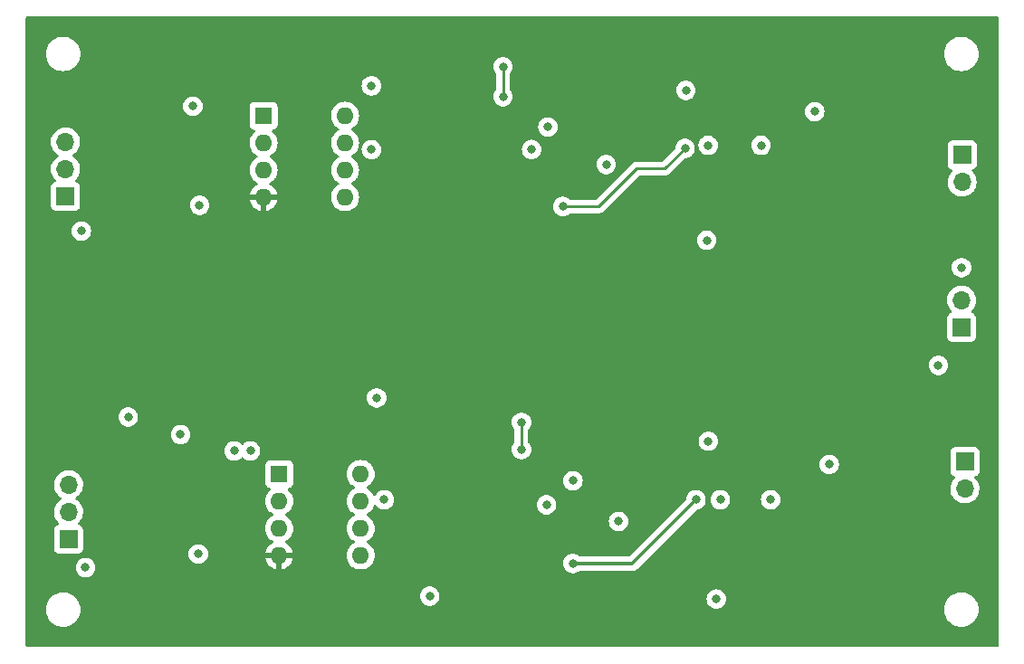
<source format=gbr>
%TF.GenerationSoftware,KiCad,Pcbnew,(6.99.0)*%
%TF.CreationDate,2022-07-26T17:29:38-07:00*%
%TF.ProjectId,eog-pcb-kicad,656f672d-7063-4622-9d6b-696361642e6b,rev?*%
%TF.SameCoordinates,Original*%
%TF.FileFunction,Copper,L4,Bot*%
%TF.FilePolarity,Positive*%
%FSLAX46Y46*%
G04 Gerber Fmt 4.6, Leading zero omitted, Abs format (unit mm)*
G04 Created by KiCad (PCBNEW (6.99.0)) date 2022-07-26 17:29:38*
%MOMM*%
%LPD*%
G01*
G04 APERTURE LIST*
%TA.AperFunction,ComponentPad*%
%ADD10R,1.700000X1.700000*%
%TD*%
%TA.AperFunction,ComponentPad*%
%ADD11O,1.700000X1.700000*%
%TD*%
%TA.AperFunction,ComponentPad*%
%ADD12R,1.600000X1.600000*%
%TD*%
%TA.AperFunction,ComponentPad*%
%ADD13O,1.600000X1.600000*%
%TD*%
%TA.AperFunction,ViaPad*%
%ADD14C,0.800000*%
%TD*%
%TA.AperFunction,Conductor*%
%ADD15C,0.355600*%
%TD*%
%TA.AperFunction,Conductor*%
%ADD16C,0.254000*%
%TD*%
G04 APERTURE END LIST*
D10*
%TO.P,J3,1,Pin_1*%
%TO.N,/AOUT_CH0*%
X184143000Y-78331000D03*
D11*
%TO.P,J3,2,Pin_2*%
%TO.N,GND*%
X184143000Y-80871000D03*
%TD*%
D10*
%TO.P,J6,1,Pin_1*%
%TO.N,/AOUT_CH1*%
X184406000Y-107043000D03*
D11*
%TO.P,J6,2,Pin_2*%
%TO.N,GND*%
X184406000Y-109583000D03*
%TD*%
D12*
%TO.P,U5,1,Rg*%
%TO.N,Net-(R19-Pad1)*%
X120279000Y-108201000D03*
D13*
%TO.P,U5,2,-*%
%TO.N,/IA_IN-_CH1*%
X120279000Y-110741000D03*
%TO.P,U5,3,+*%
%TO.N,/IA_IN+_CH1*%
X120279000Y-113281000D03*
%TO.P,U5,4,Vs-*%
%TO.N,VDD_NEG_5V*%
X120279000Y-115821000D03*
%TO.P,U5,5,Ref*%
%TO.N,GND*%
X127899000Y-115821000D03*
%TO.P,U5,6*%
%TO.N,/IA_OUT_CH1*%
X127899000Y-113281000D03*
%TO.P,U5,7,Vs+*%
%TO.N,VDD*%
X127899000Y-110741000D03*
%TO.P,U5,8,Rg*%
%TO.N,Net-(R19-Pad2)*%
X127899000Y-108201000D03*
%TD*%
D12*
%TO.P,U2,1,Rg*%
%TO.N,Net-(R3-Pad1)*%
X118818500Y-74673000D03*
D13*
%TO.P,U2,2,-*%
%TO.N,/IA_IN-_CH0*%
X118818500Y-77213000D03*
%TO.P,U2,3,+*%
%TO.N,/IA_IN+_CH0*%
X118818500Y-79753000D03*
%TO.P,U2,4,Vs-*%
%TO.N,VDD_NEG_5V*%
X118818500Y-82293000D03*
%TO.P,U2,5,Ref*%
%TO.N,GND*%
X126438500Y-82293000D03*
%TO.P,U2,6*%
%TO.N,/IA_OUT_CH0*%
X126438500Y-79753000D03*
%TO.P,U2,7,Vs+*%
%TO.N,VDD*%
X126438500Y-77213000D03*
%TO.P,U2,8,Rg*%
%TO.N,Net-(R3-Pad2)*%
X126438500Y-74673000D03*
%TD*%
D10*
%TO.P,J1,1,Pin_1*%
%TO.N,GND*%
X100295000Y-82206000D03*
D11*
%TO.P,J1,2,Pin_2*%
%TO.N,E1_CH0*%
X100295000Y-79666000D03*
%TO.P,J1,3,Pin_3*%
%TO.N,E2_CH0*%
X100295000Y-77126000D03*
%TD*%
D10*
%TO.P,J4,1,Pin_1*%
%TO.N,GND*%
X100584000Y-114297500D03*
D11*
%TO.P,J4,2,Pin_2*%
%TO.N,E1_CH1*%
X100584000Y-111757500D03*
%TO.P,J4,3,Pin_3*%
%TO.N,E2_CH1*%
X100584000Y-109217500D03*
%TD*%
D10*
%TO.P,J2,1,Pin_1*%
%TO.N,GND*%
X184086500Y-94475000D03*
D11*
%TO.P,J2,2,Pin_2*%
%TO.N,VDD*%
X184086500Y-91935000D03*
%TD*%
D14*
%TO.N,/LPF_IN+_CH1*%
X159258000Y-110617000D03*
%TO.N,/LPF_IN+_CH0*%
X158242000Y-77724000D03*
%TO.N,GND*%
X134366000Y-119634000D03*
X129400000Y-101079000D03*
%TO.N,VDD_NEG_5V*%
X142240000Y-119595500D03*
X154231000Y-85712000D03*
X118808500Y-87363000D03*
X155956000Y-118859000D03*
X140769000Y-86474000D03*
X116395500Y-121653000D03*
%TO.N,Net-(C14-Pad2)*%
X141215000Y-70091000D03*
X141215000Y-72885000D03*
%TO.N,VDD*%
X117602000Y-106045000D03*
X171717000Y-107302000D03*
X166243000Y-110604000D03*
X130111500Y-110617000D03*
X145288000Y-111086500D03*
X128905000Y-77838000D03*
X184086500Y-88887000D03*
X143881000Y-77825000D03*
X170360000Y-74282000D03*
X165344000Y-77444000D03*
%TO.N,Net-(C22-Pad2)*%
X142938500Y-105905000D03*
X142938500Y-103365000D03*
%TO.N,GND*%
X150867000Y-79235000D03*
X160264000Y-86334000D03*
X106172000Y-102870000D03*
X161163000Y-119900500D03*
X145405000Y-75729000D03*
X152019000Y-112636000D03*
X181927500Y-98031000D03*
X160391000Y-77444000D03*
X102171500Y-116954000D03*
X147751500Y-108839000D03*
X112204500Y-73774000D03*
X101780000Y-85458000D03*
X116078000Y-106045000D03*
X112712500Y-115684000D03*
X128905000Y-71869000D03*
X158315000Y-72289000D03*
X112839500Y-83045000D03*
X111061500Y-104508000D03*
X160413000Y-105136750D03*
X161544000Y-110604000D03*
%TO.N,/LPF_IN+_CH0*%
X146802000Y-83159000D03*
%TO.N,/LPF_IN+_CH1*%
X147745500Y-116573000D03*
%TD*%
D15*
%TO.N,/LPF_IN+_CH1*%
X147745500Y-116573000D02*
X147771000Y-116598500D01*
X147771000Y-116598500D02*
X153276500Y-116598500D01*
X153276500Y-116598500D02*
X159258000Y-110617000D01*
D16*
%TO.N,/LPF_IN+_CH0*%
X146802000Y-83159000D02*
X150180000Y-83159000D01*
X156350000Y-79616000D02*
X158242000Y-77724000D01*
X150180000Y-83159000D02*
X153723000Y-79616000D01*
X153723000Y-79616000D02*
X156350000Y-79616000D01*
%TO.N,Net-(C14-Pad2)*%
X141215000Y-70091000D02*
X141215000Y-72885000D01*
%TO.N,Net-(C22-Pad2)*%
X142938500Y-105905000D02*
X142938500Y-103365000D01*
%TD*%
%TA.AperFunction,Conductor*%
%TO.N,VDD_NEG_5V*%
G36*
X187509621Y-65412002D02*
G01*
X187556114Y-65465658D01*
X187567500Y-65518000D01*
X187567500Y-124250000D01*
X187547498Y-124318121D01*
X187493842Y-124364614D01*
X187441500Y-124376000D01*
X96709500Y-124376000D01*
X96641379Y-124355998D01*
X96594886Y-124302342D01*
X96583500Y-124250000D01*
X96583500Y-120884000D01*
X98462026Y-120884000D01*
X98481891Y-121136403D01*
X98540995Y-121382591D01*
X98637884Y-121616502D01*
X98770172Y-121832376D01*
X98934602Y-122024898D01*
X99127124Y-122189328D01*
X99342998Y-122321616D01*
X99347568Y-122323509D01*
X99347572Y-122323511D01*
X99572336Y-122416611D01*
X99576909Y-122418505D01*
X99661532Y-122438821D01*
X99818284Y-122476454D01*
X99818290Y-122476455D01*
X99823097Y-122477609D01*
X99922916Y-122485465D01*
X100009845Y-122492307D01*
X100009852Y-122492307D01*
X100012301Y-122492500D01*
X100138699Y-122492500D01*
X100141148Y-122492307D01*
X100141155Y-122492307D01*
X100228084Y-122485465D01*
X100327903Y-122477609D01*
X100332710Y-122476455D01*
X100332716Y-122476454D01*
X100489468Y-122438821D01*
X100574091Y-122418505D01*
X100578664Y-122416611D01*
X100803428Y-122323511D01*
X100803432Y-122323509D01*
X100808002Y-122321616D01*
X101023876Y-122189328D01*
X101216398Y-122024898D01*
X101380828Y-121832376D01*
X101513116Y-121616502D01*
X101610005Y-121382591D01*
X101669109Y-121136403D01*
X101688974Y-120884000D01*
X182462026Y-120884000D01*
X182481891Y-121136403D01*
X182540995Y-121382591D01*
X182637884Y-121616502D01*
X182770172Y-121832376D01*
X182934602Y-122024898D01*
X183127124Y-122189328D01*
X183342998Y-122321616D01*
X183347568Y-122323509D01*
X183347572Y-122323511D01*
X183572336Y-122416611D01*
X183576909Y-122418505D01*
X183661532Y-122438821D01*
X183818284Y-122476454D01*
X183818290Y-122476455D01*
X183823097Y-122477609D01*
X183922916Y-122485465D01*
X184009845Y-122492307D01*
X184009852Y-122492307D01*
X184012301Y-122492500D01*
X184138699Y-122492500D01*
X184141148Y-122492307D01*
X184141155Y-122492307D01*
X184228084Y-122485465D01*
X184327903Y-122477609D01*
X184332710Y-122476455D01*
X184332716Y-122476454D01*
X184489468Y-122438821D01*
X184574091Y-122418505D01*
X184578664Y-122416611D01*
X184803428Y-122323511D01*
X184803432Y-122323509D01*
X184808002Y-122321616D01*
X185023876Y-122189328D01*
X185216398Y-122024898D01*
X185380828Y-121832376D01*
X185513116Y-121616502D01*
X185610005Y-121382591D01*
X185669109Y-121136403D01*
X185688974Y-120884000D01*
X185669109Y-120631597D01*
X185638187Y-120502794D01*
X185611160Y-120390221D01*
X185610005Y-120385409D01*
X185577923Y-120307955D01*
X185515011Y-120156072D01*
X185515009Y-120156068D01*
X185513116Y-120151498D01*
X185380828Y-119935624D01*
X185216398Y-119743102D01*
X185023876Y-119578672D01*
X184808002Y-119446384D01*
X184803432Y-119444491D01*
X184803428Y-119444489D01*
X184578664Y-119351389D01*
X184578662Y-119351388D01*
X184574091Y-119349495D01*
X184489468Y-119329179D01*
X184332716Y-119291546D01*
X184332710Y-119291545D01*
X184327903Y-119290391D01*
X184228084Y-119282535D01*
X184141155Y-119275693D01*
X184141148Y-119275693D01*
X184138699Y-119275500D01*
X184012301Y-119275500D01*
X184009852Y-119275693D01*
X184009845Y-119275693D01*
X183922916Y-119282535D01*
X183823097Y-119290391D01*
X183818290Y-119291545D01*
X183818284Y-119291546D01*
X183661532Y-119329179D01*
X183576909Y-119349495D01*
X183572338Y-119351388D01*
X183572336Y-119351389D01*
X183347572Y-119444489D01*
X183347568Y-119444491D01*
X183342998Y-119446384D01*
X183127124Y-119578672D01*
X182934602Y-119743102D01*
X182770172Y-119935624D01*
X182637884Y-120151498D01*
X182635991Y-120156068D01*
X182635989Y-120156072D01*
X182573077Y-120307955D01*
X182540995Y-120385409D01*
X182539840Y-120390221D01*
X182512814Y-120502794D01*
X182481891Y-120631597D01*
X182462026Y-120884000D01*
X101688974Y-120884000D01*
X101669109Y-120631597D01*
X101638187Y-120502794D01*
X101611160Y-120390221D01*
X101610005Y-120385409D01*
X101577923Y-120307955D01*
X101515011Y-120156072D01*
X101515009Y-120156068D01*
X101513116Y-120151498D01*
X101380828Y-119935624D01*
X101216398Y-119743102D01*
X101088656Y-119634000D01*
X133452496Y-119634000D01*
X133472458Y-119823928D01*
X133531473Y-120005556D01*
X133626960Y-120170944D01*
X133631378Y-120175851D01*
X133631379Y-120175852D01*
X133750325Y-120307955D01*
X133754747Y-120312866D01*
X133909248Y-120425118D01*
X133915276Y-120427802D01*
X133915278Y-120427803D01*
X133947956Y-120442352D01*
X134083712Y-120502794D01*
X134177113Y-120522647D01*
X134264056Y-120541128D01*
X134264061Y-120541128D01*
X134270513Y-120542500D01*
X134461487Y-120542500D01*
X134467939Y-120541128D01*
X134467944Y-120541128D01*
X134554887Y-120522647D01*
X134648288Y-120502794D01*
X134784044Y-120442352D01*
X134816722Y-120427803D01*
X134816724Y-120427802D01*
X134822752Y-120425118D01*
X134977253Y-120312866D01*
X134981675Y-120307955D01*
X135100621Y-120175852D01*
X135100622Y-120175851D01*
X135105040Y-120170944D01*
X135200527Y-120005556D01*
X135234662Y-119900500D01*
X160249496Y-119900500D01*
X160269458Y-120090428D01*
X160328473Y-120272056D01*
X160423960Y-120437444D01*
X160551747Y-120579366D01*
X160706248Y-120691618D01*
X160712276Y-120694302D01*
X160712278Y-120694303D01*
X160874681Y-120766609D01*
X160880712Y-120769294D01*
X160974112Y-120789147D01*
X161061056Y-120807628D01*
X161061061Y-120807628D01*
X161067513Y-120809000D01*
X161258487Y-120809000D01*
X161264939Y-120807628D01*
X161264944Y-120807628D01*
X161351888Y-120789147D01*
X161445288Y-120769294D01*
X161451319Y-120766609D01*
X161613722Y-120694303D01*
X161613724Y-120694302D01*
X161619752Y-120691618D01*
X161774253Y-120579366D01*
X161902040Y-120437444D01*
X161997527Y-120272056D01*
X162056542Y-120090428D01*
X162076504Y-119900500D01*
X162056542Y-119710572D01*
X161997527Y-119528944D01*
X161902040Y-119363556D01*
X161889380Y-119349495D01*
X161778675Y-119226545D01*
X161778674Y-119226544D01*
X161774253Y-119221634D01*
X161619752Y-119109382D01*
X161613724Y-119106698D01*
X161613722Y-119106697D01*
X161451319Y-119034391D01*
X161451318Y-119034391D01*
X161445288Y-119031706D01*
X161351887Y-119011853D01*
X161264944Y-118993372D01*
X161264939Y-118993372D01*
X161258487Y-118992000D01*
X161067513Y-118992000D01*
X161061061Y-118993372D01*
X161061056Y-118993372D01*
X160974113Y-119011853D01*
X160880712Y-119031706D01*
X160874682Y-119034391D01*
X160874681Y-119034391D01*
X160712278Y-119106697D01*
X160712276Y-119106698D01*
X160706248Y-119109382D01*
X160551747Y-119221634D01*
X160547326Y-119226544D01*
X160547325Y-119226545D01*
X160436621Y-119349495D01*
X160423960Y-119363556D01*
X160328473Y-119528944D01*
X160269458Y-119710572D01*
X160249496Y-119900500D01*
X135234662Y-119900500D01*
X135259542Y-119823928D01*
X135279504Y-119634000D01*
X135273689Y-119578672D01*
X135260232Y-119450635D01*
X135260232Y-119450633D01*
X135259542Y-119444072D01*
X135200527Y-119262444D01*
X135105040Y-119097056D01*
X134977253Y-118955134D01*
X134822752Y-118842882D01*
X134816724Y-118840198D01*
X134816722Y-118840197D01*
X134654319Y-118767891D01*
X134654318Y-118767891D01*
X134648288Y-118765206D01*
X134554888Y-118745353D01*
X134467944Y-118726872D01*
X134467939Y-118726872D01*
X134461487Y-118725500D01*
X134270513Y-118725500D01*
X134264061Y-118726872D01*
X134264056Y-118726872D01*
X134177112Y-118745353D01*
X134083712Y-118765206D01*
X134077682Y-118767891D01*
X134077681Y-118767891D01*
X133915278Y-118840197D01*
X133915276Y-118840198D01*
X133909248Y-118842882D01*
X133754747Y-118955134D01*
X133626960Y-119097056D01*
X133531473Y-119262444D01*
X133472458Y-119444072D01*
X133471768Y-119450633D01*
X133471768Y-119450635D01*
X133458311Y-119578672D01*
X133452496Y-119634000D01*
X101088656Y-119634000D01*
X101023876Y-119578672D01*
X100808002Y-119446384D01*
X100803432Y-119444491D01*
X100803428Y-119444489D01*
X100578664Y-119351389D01*
X100578662Y-119351388D01*
X100574091Y-119349495D01*
X100489468Y-119329179D01*
X100332716Y-119291546D01*
X100332710Y-119291545D01*
X100327903Y-119290391D01*
X100228084Y-119282535D01*
X100141155Y-119275693D01*
X100141148Y-119275693D01*
X100138699Y-119275500D01*
X100012301Y-119275500D01*
X100009852Y-119275693D01*
X100009845Y-119275693D01*
X99922916Y-119282535D01*
X99823097Y-119290391D01*
X99818290Y-119291545D01*
X99818284Y-119291546D01*
X99661532Y-119329179D01*
X99576909Y-119349495D01*
X99572338Y-119351388D01*
X99572336Y-119351389D01*
X99347572Y-119444489D01*
X99347568Y-119444491D01*
X99342998Y-119446384D01*
X99127124Y-119578672D01*
X98934602Y-119743102D01*
X98770172Y-119935624D01*
X98637884Y-120151498D01*
X98635991Y-120156068D01*
X98635989Y-120156072D01*
X98573077Y-120307955D01*
X98540995Y-120385409D01*
X98539840Y-120390221D01*
X98512814Y-120502794D01*
X98481891Y-120631597D01*
X98462026Y-120884000D01*
X96583500Y-120884000D01*
X96583500Y-116954000D01*
X101257996Y-116954000D01*
X101258686Y-116960565D01*
X101276917Y-117134019D01*
X101277958Y-117143928D01*
X101336973Y-117325556D01*
X101432460Y-117490944D01*
X101560247Y-117632866D01*
X101714748Y-117745118D01*
X101720776Y-117747802D01*
X101720778Y-117747803D01*
X101883181Y-117820109D01*
X101889212Y-117822794D01*
X101982612Y-117842647D01*
X102069556Y-117861128D01*
X102069561Y-117861128D01*
X102076013Y-117862500D01*
X102266987Y-117862500D01*
X102273439Y-117861128D01*
X102273444Y-117861128D01*
X102360388Y-117842647D01*
X102453788Y-117822794D01*
X102459819Y-117820109D01*
X102622222Y-117747803D01*
X102622224Y-117747802D01*
X102628252Y-117745118D01*
X102782753Y-117632866D01*
X102910540Y-117490944D01*
X103006027Y-117325556D01*
X103065042Y-117143928D01*
X103066084Y-117134019D01*
X103084314Y-116960565D01*
X103085004Y-116954000D01*
X103065042Y-116764072D01*
X103006027Y-116582444D01*
X103000575Y-116573000D01*
X102948184Y-116482257D01*
X102910540Y-116417056D01*
X102865244Y-116366749D01*
X102787175Y-116280045D01*
X102787174Y-116280044D01*
X102782753Y-116275134D01*
X102628252Y-116162882D01*
X102622224Y-116160198D01*
X102622222Y-116160197D01*
X102459819Y-116087891D01*
X102459818Y-116087891D01*
X102453788Y-116085206D01*
X102341221Y-116061279D01*
X102273444Y-116046872D01*
X102273439Y-116046872D01*
X102266987Y-116045500D01*
X102076013Y-116045500D01*
X102069561Y-116046872D01*
X102069556Y-116046872D01*
X102001779Y-116061279D01*
X101889212Y-116085206D01*
X101883182Y-116087891D01*
X101883181Y-116087891D01*
X101720778Y-116160197D01*
X101720776Y-116160198D01*
X101714748Y-116162882D01*
X101560247Y-116275134D01*
X101555826Y-116280044D01*
X101555825Y-116280045D01*
X101477757Y-116366749D01*
X101432460Y-116417056D01*
X101394816Y-116482257D01*
X101342426Y-116573000D01*
X101336973Y-116582444D01*
X101277958Y-116764072D01*
X101257996Y-116954000D01*
X96583500Y-116954000D01*
X96583500Y-115684000D01*
X111798996Y-115684000D01*
X111799686Y-115690565D01*
X111813971Y-115826475D01*
X111818958Y-115873928D01*
X111877973Y-116055556D01*
X111881276Y-116061278D01*
X111881277Y-116061279D01*
X111891493Y-116078973D01*
X111973460Y-116220944D01*
X111977878Y-116225851D01*
X111977879Y-116225852D01*
X112022180Y-116275053D01*
X112101247Y-116362866D01*
X112255748Y-116475118D01*
X112261776Y-116477802D01*
X112261778Y-116477803D01*
X112424181Y-116550109D01*
X112430212Y-116552794D01*
X112494388Y-116566435D01*
X112610556Y-116591128D01*
X112610561Y-116591128D01*
X112617013Y-116592500D01*
X112807987Y-116592500D01*
X112814439Y-116591128D01*
X112814444Y-116591128D01*
X112930612Y-116566435D01*
X112994788Y-116552794D01*
X113000819Y-116550109D01*
X113163222Y-116477803D01*
X113163224Y-116477802D01*
X113169252Y-116475118D01*
X113323753Y-116362866D01*
X113402820Y-116275053D01*
X113447121Y-116225852D01*
X113447122Y-116225851D01*
X113451540Y-116220944D01*
X113528571Y-116087522D01*
X118996273Y-116087522D01*
X119043764Y-116264761D01*
X119047510Y-116275053D01*
X119139586Y-116472511D01*
X119145069Y-116482007D01*
X119270028Y-116660467D01*
X119277084Y-116668875D01*
X119431125Y-116822916D01*
X119439533Y-116829972D01*
X119617993Y-116954931D01*
X119627489Y-116960414D01*
X119824947Y-117052490D01*
X119835239Y-117056236D01*
X120007503Y-117102394D01*
X120021599Y-117102058D01*
X120025000Y-117094116D01*
X120025000Y-117088967D01*
X120533000Y-117088967D01*
X120536973Y-117102498D01*
X120545522Y-117103727D01*
X120722761Y-117056236D01*
X120733053Y-117052490D01*
X120930511Y-116960414D01*
X120940007Y-116954931D01*
X121118467Y-116829972D01*
X121126875Y-116822916D01*
X121280916Y-116668875D01*
X121287972Y-116660467D01*
X121412931Y-116482007D01*
X121418414Y-116472511D01*
X121510490Y-116275053D01*
X121514236Y-116264761D01*
X121560394Y-116092497D01*
X121560058Y-116078401D01*
X121552116Y-116075000D01*
X120551115Y-116075000D01*
X120535876Y-116079475D01*
X120534671Y-116080865D01*
X120533000Y-116088548D01*
X120533000Y-117088967D01*
X120025000Y-117088967D01*
X120025000Y-116093115D01*
X120020525Y-116077876D01*
X120019135Y-116076671D01*
X120011452Y-116075000D01*
X119011033Y-116075000D01*
X118997502Y-116078973D01*
X118996273Y-116087522D01*
X113528571Y-116087522D01*
X113533507Y-116078973D01*
X113543723Y-116061279D01*
X113543724Y-116061278D01*
X113547027Y-116055556D01*
X113606042Y-115873928D01*
X113611030Y-115826475D01*
X113611605Y-115821000D01*
X126585502Y-115821000D01*
X126605457Y-116049087D01*
X126606881Y-116054400D01*
X126606881Y-116054402D01*
X126616031Y-116088548D01*
X126664716Y-116270243D01*
X126667039Y-116275224D01*
X126667039Y-116275225D01*
X126759151Y-116472762D01*
X126759154Y-116472767D01*
X126761477Y-116477749D01*
X126892802Y-116665300D01*
X127054700Y-116827198D01*
X127059208Y-116830355D01*
X127059211Y-116830357D01*
X127137389Y-116885098D01*
X127242251Y-116958523D01*
X127247233Y-116960846D01*
X127247238Y-116960849D01*
X127443765Y-117052490D01*
X127449757Y-117055284D01*
X127455065Y-117056706D01*
X127455067Y-117056707D01*
X127665598Y-117113119D01*
X127665600Y-117113119D01*
X127670913Y-117114543D01*
X127899000Y-117134498D01*
X128127087Y-117114543D01*
X128132400Y-117113119D01*
X128132402Y-117113119D01*
X128342933Y-117056707D01*
X128342935Y-117056706D01*
X128348243Y-117055284D01*
X128354235Y-117052490D01*
X128550762Y-116960849D01*
X128550767Y-116960846D01*
X128555749Y-116958523D01*
X128660611Y-116885098D01*
X128738789Y-116830357D01*
X128738792Y-116830355D01*
X128743300Y-116827198D01*
X128905198Y-116665300D01*
X128969827Y-116573000D01*
X146831996Y-116573000D01*
X146832686Y-116579565D01*
X146842107Y-116669197D01*
X146851958Y-116762928D01*
X146910973Y-116944556D01*
X146914276Y-116950278D01*
X146914277Y-116950279D01*
X146920216Y-116960565D01*
X147006460Y-117109944D01*
X147010878Y-117114851D01*
X147010879Y-117114852D01*
X147086704Y-117199064D01*
X147134247Y-117251866D01*
X147288748Y-117364118D01*
X147294776Y-117366802D01*
X147294778Y-117366803D01*
X147457181Y-117439109D01*
X147463212Y-117441794D01*
X147556612Y-117461647D01*
X147643556Y-117480128D01*
X147643561Y-117480128D01*
X147650013Y-117481500D01*
X147840987Y-117481500D01*
X147847439Y-117480128D01*
X147847444Y-117480128D01*
X147934388Y-117461647D01*
X148027788Y-117441794D01*
X148033819Y-117439109D01*
X148196222Y-117366803D01*
X148196224Y-117366802D01*
X148202252Y-117364118D01*
X148278302Y-117308864D01*
X148345169Y-117285006D01*
X148352363Y-117284800D01*
X153248356Y-117284800D01*
X153256926Y-117285092D01*
X153305106Y-117288377D01*
X153305110Y-117288377D01*
X153312682Y-117288893D01*
X153320159Y-117287588D01*
X153320160Y-117287588D01*
X153345769Y-117283119D01*
X153373553Y-117278269D01*
X153380071Y-117277308D01*
X153441408Y-117269885D01*
X153448513Y-117267200D01*
X153453123Y-117266068D01*
X153464271Y-117263019D01*
X153468839Y-117261639D01*
X153476319Y-117260334D01*
X153532897Y-117235498D01*
X153538977Y-117233017D01*
X153589694Y-117213853D01*
X153589697Y-117213852D01*
X153596796Y-117211169D01*
X153603054Y-117206868D01*
X153607262Y-117204668D01*
X153617332Y-117199064D01*
X153621466Y-117196619D01*
X153628421Y-117193566D01*
X153677439Y-117155954D01*
X153682753Y-117152093D01*
X153733692Y-117117083D01*
X153738741Y-117111416D01*
X153738748Y-117111410D01*
X153773782Y-117072088D01*
X153778763Y-117066812D01*
X159285375Y-111560200D01*
X159347687Y-111526174D01*
X159351879Y-111525500D01*
X159353487Y-111525500D01*
X159358478Y-111524439D01*
X159358485Y-111524438D01*
X159439548Y-111507207D01*
X159540288Y-111485794D01*
X159569487Y-111472794D01*
X159708722Y-111410803D01*
X159708724Y-111410802D01*
X159714752Y-111408118D01*
X159728950Y-111397803D01*
X159770157Y-111367864D01*
X159869253Y-111295866D01*
X159886755Y-111276428D01*
X159992621Y-111158852D01*
X159992622Y-111158851D01*
X159997040Y-111153944D01*
X160092527Y-110988556D01*
X160151542Y-110806928D01*
X160152909Y-110793928D01*
X160170814Y-110623565D01*
X160171504Y-110617000D01*
X160170138Y-110604000D01*
X160630496Y-110604000D01*
X160631186Y-110610565D01*
X160646251Y-110753896D01*
X160650458Y-110793928D01*
X160709473Y-110975556D01*
X160712776Y-110981278D01*
X160712777Y-110981279D01*
X160720283Y-110994279D01*
X160804960Y-111140944D01*
X160932747Y-111282866D01*
X161087248Y-111395118D01*
X161093276Y-111397802D01*
X161093278Y-111397803D01*
X161255681Y-111470109D01*
X161261712Y-111472794D01*
X161329327Y-111487166D01*
X161442056Y-111511128D01*
X161442061Y-111511128D01*
X161448513Y-111512500D01*
X161639487Y-111512500D01*
X161645939Y-111511128D01*
X161645944Y-111511128D01*
X161758673Y-111487166D01*
X161826288Y-111472794D01*
X161832319Y-111470109D01*
X161994722Y-111397803D01*
X161994724Y-111397802D01*
X162000752Y-111395118D01*
X162155253Y-111282866D01*
X162283040Y-111140944D01*
X162367717Y-110994279D01*
X162375223Y-110981279D01*
X162375224Y-110981278D01*
X162378527Y-110975556D01*
X162437542Y-110793928D01*
X162441750Y-110753896D01*
X162456814Y-110610565D01*
X162457504Y-110604000D01*
X165329496Y-110604000D01*
X165330186Y-110610565D01*
X165345251Y-110753896D01*
X165349458Y-110793928D01*
X165408473Y-110975556D01*
X165411776Y-110981278D01*
X165411777Y-110981279D01*
X165419283Y-110994279D01*
X165503960Y-111140944D01*
X165631747Y-111282866D01*
X165786248Y-111395118D01*
X165792276Y-111397802D01*
X165792278Y-111397803D01*
X165954681Y-111470109D01*
X165960712Y-111472794D01*
X166028327Y-111487166D01*
X166141056Y-111511128D01*
X166141061Y-111511128D01*
X166147513Y-111512500D01*
X166338487Y-111512500D01*
X166344939Y-111511128D01*
X166344944Y-111511128D01*
X166457673Y-111487166D01*
X166525288Y-111472794D01*
X166531319Y-111470109D01*
X166693722Y-111397803D01*
X166693724Y-111397802D01*
X166699752Y-111395118D01*
X166854253Y-111282866D01*
X166982040Y-111140944D01*
X167066717Y-110994279D01*
X167074223Y-110981279D01*
X167074224Y-110981278D01*
X167077527Y-110975556D01*
X167136542Y-110793928D01*
X167140750Y-110753896D01*
X167155814Y-110610565D01*
X167156504Y-110604000D01*
X167150266Y-110544648D01*
X167137232Y-110420635D01*
X167137232Y-110420633D01*
X167136542Y-110414072D01*
X167077527Y-110232444D01*
X166982040Y-110067056D01*
X166854253Y-109925134D01*
X166717645Y-109825882D01*
X166705094Y-109816763D01*
X166705093Y-109816762D01*
X166699752Y-109812882D01*
X166693724Y-109810198D01*
X166693722Y-109810197D01*
X166531319Y-109737891D01*
X166531318Y-109737891D01*
X166525288Y-109735206D01*
X166406102Y-109709872D01*
X166344944Y-109696872D01*
X166344939Y-109696872D01*
X166338487Y-109695500D01*
X166147513Y-109695500D01*
X166141061Y-109696872D01*
X166141056Y-109696872D01*
X166079898Y-109709872D01*
X165960712Y-109735206D01*
X165954682Y-109737891D01*
X165954681Y-109737891D01*
X165792278Y-109810197D01*
X165792276Y-109810198D01*
X165786248Y-109812882D01*
X165780907Y-109816762D01*
X165780906Y-109816763D01*
X165768355Y-109825882D01*
X165631747Y-109925134D01*
X165503960Y-110067056D01*
X165408473Y-110232444D01*
X165349458Y-110414072D01*
X165348768Y-110420633D01*
X165348768Y-110420635D01*
X165335734Y-110544648D01*
X165329496Y-110604000D01*
X162457504Y-110604000D01*
X162451266Y-110544648D01*
X162438232Y-110420635D01*
X162438232Y-110420633D01*
X162437542Y-110414072D01*
X162378527Y-110232444D01*
X162283040Y-110067056D01*
X162155253Y-109925134D01*
X162018645Y-109825882D01*
X162006094Y-109816763D01*
X162006093Y-109816762D01*
X162000752Y-109812882D01*
X161994724Y-109810198D01*
X161994722Y-109810197D01*
X161832319Y-109737891D01*
X161832318Y-109737891D01*
X161826288Y-109735206D01*
X161707102Y-109709872D01*
X161645944Y-109696872D01*
X161645939Y-109696872D01*
X161639487Y-109695500D01*
X161448513Y-109695500D01*
X161442061Y-109696872D01*
X161442056Y-109696872D01*
X161380898Y-109709872D01*
X161261712Y-109735206D01*
X161255682Y-109737891D01*
X161255681Y-109737891D01*
X161093278Y-109810197D01*
X161093276Y-109810198D01*
X161087248Y-109812882D01*
X161081907Y-109816762D01*
X161081906Y-109816763D01*
X161069355Y-109825882D01*
X160932747Y-109925134D01*
X160804960Y-110067056D01*
X160709473Y-110232444D01*
X160650458Y-110414072D01*
X160649768Y-110420633D01*
X160649768Y-110420635D01*
X160636734Y-110544648D01*
X160630496Y-110604000D01*
X160170138Y-110604000D01*
X160164781Y-110553031D01*
X160152232Y-110433635D01*
X160152232Y-110433633D01*
X160151542Y-110427072D01*
X160092527Y-110245444D01*
X160085022Y-110232444D01*
X160011232Y-110104637D01*
X159997040Y-110080056D01*
X159869253Y-109938134D01*
X159729394Y-109836520D01*
X159720094Y-109829763D01*
X159720093Y-109829762D01*
X159714752Y-109825882D01*
X159708724Y-109823198D01*
X159708722Y-109823197D01*
X159546319Y-109750891D01*
X159546318Y-109750891D01*
X159540288Y-109748206D01*
X159440400Y-109726974D01*
X159359944Y-109709872D01*
X159359939Y-109709872D01*
X159353487Y-109708500D01*
X159162513Y-109708500D01*
X159156061Y-109709872D01*
X159156056Y-109709872D01*
X159075600Y-109726974D01*
X158975712Y-109748206D01*
X158969682Y-109750891D01*
X158969681Y-109750891D01*
X158807278Y-109823197D01*
X158807276Y-109823198D01*
X158801248Y-109825882D01*
X158795907Y-109829762D01*
X158795906Y-109829763D01*
X158786606Y-109836520D01*
X158646747Y-109938134D01*
X158518960Y-110080056D01*
X158504768Y-110104637D01*
X158430979Y-110232444D01*
X158423473Y-110245444D01*
X158364458Y-110427072D01*
X158363768Y-110433633D01*
X158363768Y-110433635D01*
X158355863Y-110508853D01*
X158328850Y-110574510D01*
X158319648Y-110584778D01*
X153029131Y-115875295D01*
X152966819Y-115909321D01*
X152940036Y-115912200D01*
X148422558Y-115912200D01*
X148354437Y-115892198D01*
X148348497Y-115888136D01*
X148337583Y-115880206D01*
X148202252Y-115781882D01*
X148196224Y-115779198D01*
X148196222Y-115779197D01*
X148033819Y-115706891D01*
X148033818Y-115706891D01*
X148027788Y-115704206D01*
X147932727Y-115684000D01*
X147847444Y-115665872D01*
X147847439Y-115665872D01*
X147840987Y-115664500D01*
X147650013Y-115664500D01*
X147643561Y-115665872D01*
X147643556Y-115665872D01*
X147558273Y-115684000D01*
X147463212Y-115704206D01*
X147457182Y-115706891D01*
X147457181Y-115706891D01*
X147294778Y-115779197D01*
X147294776Y-115779198D01*
X147288748Y-115781882D01*
X147134247Y-115894134D01*
X147129826Y-115899044D01*
X147129825Y-115899045D01*
X147120573Y-115909321D01*
X147006460Y-116036056D01*
X146910973Y-116201444D01*
X146851958Y-116383072D01*
X146851268Y-116389633D01*
X146851268Y-116389635D01*
X146832686Y-116566435D01*
X146831996Y-116573000D01*
X128969827Y-116573000D01*
X129036523Y-116477749D01*
X129038846Y-116472767D01*
X129038849Y-116472762D01*
X129130961Y-116275225D01*
X129130961Y-116275224D01*
X129133284Y-116270243D01*
X129181970Y-116088548D01*
X129191119Y-116054402D01*
X129191119Y-116054400D01*
X129192543Y-116049087D01*
X129212498Y-115821000D01*
X129192543Y-115592913D01*
X129170530Y-115510761D01*
X129134707Y-115377067D01*
X129134706Y-115377065D01*
X129133284Y-115371757D01*
X129105626Y-115312444D01*
X129038849Y-115169238D01*
X129038846Y-115169233D01*
X129036523Y-115164251D01*
X128963098Y-115059389D01*
X128908357Y-114981211D01*
X128908355Y-114981208D01*
X128905198Y-114976700D01*
X128743300Y-114814802D01*
X128738792Y-114811645D01*
X128738789Y-114811643D01*
X128660611Y-114756902D01*
X128555749Y-114683477D01*
X128550767Y-114681154D01*
X128550762Y-114681151D01*
X128516543Y-114665195D01*
X128463258Y-114618278D01*
X128443797Y-114550001D01*
X128464339Y-114482041D01*
X128516543Y-114436805D01*
X128550762Y-114420849D01*
X128550767Y-114420846D01*
X128555749Y-114418523D01*
X128660611Y-114345098D01*
X128738789Y-114290357D01*
X128738792Y-114290355D01*
X128743300Y-114287198D01*
X128905198Y-114125300D01*
X129036523Y-113937749D01*
X129038846Y-113932767D01*
X129038849Y-113932762D01*
X129130961Y-113735225D01*
X129130961Y-113735224D01*
X129133284Y-113730243D01*
X129192543Y-113509087D01*
X129212498Y-113281000D01*
X129192543Y-113052913D01*
X129180390Y-113007556D01*
X129134707Y-112837067D01*
X129134706Y-112837065D01*
X129133284Y-112831757D01*
X129089885Y-112738687D01*
X129042002Y-112636000D01*
X151105496Y-112636000D01*
X151106186Y-112642565D01*
X151122480Y-112797590D01*
X151125458Y-112825928D01*
X151184473Y-113007556D01*
X151279960Y-113172944D01*
X151407747Y-113314866D01*
X151562248Y-113427118D01*
X151568276Y-113429802D01*
X151568278Y-113429803D01*
X151730681Y-113502109D01*
X151736712Y-113504794D01*
X151830112Y-113524647D01*
X151917056Y-113543128D01*
X151917061Y-113543128D01*
X151923513Y-113544500D01*
X152114487Y-113544500D01*
X152120939Y-113543128D01*
X152120944Y-113543128D01*
X152207888Y-113524647D01*
X152301288Y-113504794D01*
X152307319Y-113502109D01*
X152469722Y-113429803D01*
X152469724Y-113429802D01*
X152475752Y-113427118D01*
X152630253Y-113314866D01*
X152758040Y-113172944D01*
X152853527Y-113007556D01*
X152912542Y-112825928D01*
X152915521Y-112797590D01*
X152931814Y-112642565D01*
X152932504Y-112636000D01*
X152914403Y-112463777D01*
X152913232Y-112452635D01*
X152913232Y-112452633D01*
X152912542Y-112446072D01*
X152853527Y-112264444D01*
X152758040Y-112099056D01*
X152739332Y-112078278D01*
X152634675Y-111962045D01*
X152634674Y-111962044D01*
X152630253Y-111957134D01*
X152520809Y-111877618D01*
X152481094Y-111848763D01*
X152481093Y-111848762D01*
X152475752Y-111844882D01*
X152469724Y-111842198D01*
X152469722Y-111842197D01*
X152307319Y-111769891D01*
X152307318Y-111769891D01*
X152301288Y-111767206D01*
X152207158Y-111747198D01*
X152120944Y-111728872D01*
X152120939Y-111728872D01*
X152114487Y-111727500D01*
X151923513Y-111727500D01*
X151917061Y-111728872D01*
X151917056Y-111728872D01*
X151830842Y-111747198D01*
X151736712Y-111767206D01*
X151730682Y-111769891D01*
X151730681Y-111769891D01*
X151568278Y-111842197D01*
X151568276Y-111842198D01*
X151562248Y-111844882D01*
X151556907Y-111848762D01*
X151556906Y-111848763D01*
X151517191Y-111877618D01*
X151407747Y-111957134D01*
X151403326Y-111962044D01*
X151403325Y-111962045D01*
X151298669Y-112078278D01*
X151279960Y-112099056D01*
X151184473Y-112264444D01*
X151125458Y-112446072D01*
X151124768Y-112452633D01*
X151124768Y-112452635D01*
X151123597Y-112463777D01*
X151105496Y-112636000D01*
X129042002Y-112636000D01*
X129038849Y-112629238D01*
X129038846Y-112629233D01*
X129036523Y-112624251D01*
X128921217Y-112459577D01*
X128908357Y-112441211D01*
X128908355Y-112441208D01*
X128905198Y-112436700D01*
X128743300Y-112274802D01*
X128738792Y-112271645D01*
X128738789Y-112271643D01*
X128660611Y-112216902D01*
X128555749Y-112143477D01*
X128550767Y-112141154D01*
X128550762Y-112141151D01*
X128516543Y-112125195D01*
X128463258Y-112078278D01*
X128443797Y-112010001D01*
X128464339Y-111942041D01*
X128516543Y-111896805D01*
X128550762Y-111880849D01*
X128550767Y-111880846D01*
X128555749Y-111878523D01*
X128716685Y-111765834D01*
X128738789Y-111750357D01*
X128738792Y-111750355D01*
X128743300Y-111747198D01*
X128905198Y-111585300D01*
X128922774Y-111560200D01*
X129027382Y-111410803D01*
X129036523Y-111397749D01*
X129038846Y-111392767D01*
X129038849Y-111392762D01*
X129130961Y-111195225D01*
X129130961Y-111195224D01*
X129133284Y-111190243D01*
X129137012Y-111176331D01*
X129173961Y-111115708D01*
X129237820Y-111084684D01*
X129308315Y-111093110D01*
X129363063Y-111138311D01*
X129367836Y-111145936D01*
X129369156Y-111148223D01*
X129369161Y-111148230D01*
X129372460Y-111153944D01*
X129376878Y-111158851D01*
X129376879Y-111158852D01*
X129482745Y-111276428D01*
X129500247Y-111295866D01*
X129599343Y-111367864D01*
X129640551Y-111397803D01*
X129654748Y-111408118D01*
X129660776Y-111410802D01*
X129660778Y-111410803D01*
X129800013Y-111472794D01*
X129829212Y-111485794D01*
X129922612Y-111505647D01*
X130009556Y-111524128D01*
X130009561Y-111524128D01*
X130016013Y-111525500D01*
X130206987Y-111525500D01*
X130213439Y-111524128D01*
X130213444Y-111524128D01*
X130300388Y-111505647D01*
X130393788Y-111485794D01*
X130422987Y-111472794D01*
X130562222Y-111410803D01*
X130562224Y-111410802D01*
X130568252Y-111408118D01*
X130582450Y-111397803D01*
X130623657Y-111367864D01*
X130722753Y-111295866D01*
X130740255Y-111276428D01*
X130846121Y-111158852D01*
X130846122Y-111158851D01*
X130850540Y-111153944D01*
X130889479Y-111086500D01*
X144374496Y-111086500D01*
X144375186Y-111093065D01*
X144384842Y-111184933D01*
X144394458Y-111276428D01*
X144453473Y-111458056D01*
X144456776Y-111463778D01*
X144456777Y-111463779D01*
X144481850Y-111507207D01*
X144548960Y-111623444D01*
X144553378Y-111628351D01*
X144553379Y-111628352D01*
X144660388Y-111747198D01*
X144676747Y-111765366D01*
X144831248Y-111877618D01*
X144837276Y-111880302D01*
X144837278Y-111880303D01*
X144987566Y-111947215D01*
X145005712Y-111955294D01*
X145099112Y-111975147D01*
X145186056Y-111993628D01*
X145186061Y-111993628D01*
X145192513Y-111995000D01*
X145383487Y-111995000D01*
X145389939Y-111993628D01*
X145389944Y-111993628D01*
X145476888Y-111975147D01*
X145570288Y-111955294D01*
X145588434Y-111947215D01*
X145738722Y-111880303D01*
X145738724Y-111880302D01*
X145744752Y-111877618D01*
X145899253Y-111765366D01*
X145915612Y-111747198D01*
X146022621Y-111628352D01*
X146022622Y-111628351D01*
X146027040Y-111623444D01*
X146094150Y-111507207D01*
X146119223Y-111463779D01*
X146119224Y-111463778D01*
X146122527Y-111458056D01*
X146181542Y-111276428D01*
X146191159Y-111184933D01*
X146200814Y-111093065D01*
X146201504Y-111086500D01*
X146190445Y-110981279D01*
X146182232Y-110903135D01*
X146182232Y-110903133D01*
X146181542Y-110896572D01*
X146122527Y-110714944D01*
X146115194Y-110702242D01*
X146062264Y-110610565D01*
X146027040Y-110549556D01*
X145934553Y-110446838D01*
X145903675Y-110412545D01*
X145903674Y-110412544D01*
X145899253Y-110407634D01*
X145744752Y-110295382D01*
X145738724Y-110292698D01*
X145738722Y-110292697D01*
X145576319Y-110220391D01*
X145576318Y-110220391D01*
X145570288Y-110217706D01*
X145453252Y-110192829D01*
X145389944Y-110179372D01*
X145389939Y-110179372D01*
X145383487Y-110178000D01*
X145192513Y-110178000D01*
X145186061Y-110179372D01*
X145186056Y-110179372D01*
X145122748Y-110192829D01*
X145005712Y-110217706D01*
X144999682Y-110220391D01*
X144999681Y-110220391D01*
X144837278Y-110292697D01*
X144837276Y-110292698D01*
X144831248Y-110295382D01*
X144676747Y-110407634D01*
X144672326Y-110412544D01*
X144672325Y-110412545D01*
X144641448Y-110446838D01*
X144548960Y-110549556D01*
X144513736Y-110610565D01*
X144460807Y-110702242D01*
X144453473Y-110714944D01*
X144394458Y-110896572D01*
X144393768Y-110903133D01*
X144393768Y-110903135D01*
X144385555Y-110981279D01*
X144374496Y-111086500D01*
X130889479Y-111086500D01*
X130946027Y-110988556D01*
X131005042Y-110806928D01*
X131006409Y-110793928D01*
X131024314Y-110623565D01*
X131025004Y-110617000D01*
X131018281Y-110553031D01*
X131005732Y-110433635D01*
X131005732Y-110433633D01*
X131005042Y-110427072D01*
X130946027Y-110245444D01*
X130938522Y-110232444D01*
X130864732Y-110104637D01*
X130850540Y-110080056D01*
X130722753Y-109938134D01*
X130582894Y-109836520D01*
X130573594Y-109829763D01*
X130573593Y-109829762D01*
X130568252Y-109825882D01*
X130562224Y-109823198D01*
X130562222Y-109823197D01*
X130399819Y-109750891D01*
X130399818Y-109750891D01*
X130393788Y-109748206D01*
X130293900Y-109726974D01*
X130213444Y-109709872D01*
X130213439Y-109709872D01*
X130206987Y-109708500D01*
X130016013Y-109708500D01*
X130009561Y-109709872D01*
X130009556Y-109709872D01*
X129929100Y-109726974D01*
X129829212Y-109748206D01*
X129823182Y-109750891D01*
X129823181Y-109750891D01*
X129660778Y-109823197D01*
X129660776Y-109823198D01*
X129654748Y-109825882D01*
X129649407Y-109829762D01*
X129649406Y-109829763D01*
X129640106Y-109836520D01*
X129500247Y-109938134D01*
X129372460Y-110080056D01*
X129306559Y-110194200D01*
X129255178Y-110243192D01*
X129185464Y-110256629D01*
X129119553Y-110230242D01*
X129083246Y-110184449D01*
X129038849Y-110089238D01*
X129038846Y-110089233D01*
X129036523Y-110084251D01*
X128937649Y-109943045D01*
X128908357Y-109901211D01*
X128908355Y-109901208D01*
X128905198Y-109896700D01*
X128743300Y-109734802D01*
X128738792Y-109731645D01*
X128738789Y-109731643D01*
X128660611Y-109676902D01*
X128555749Y-109603477D01*
X128550767Y-109601154D01*
X128550762Y-109601151D01*
X128516543Y-109585195D01*
X128463258Y-109538278D01*
X128443797Y-109470001D01*
X128464339Y-109402041D01*
X128516543Y-109356805D01*
X128550762Y-109340849D01*
X128550767Y-109340846D01*
X128555749Y-109338523D01*
X128723782Y-109220865D01*
X128738789Y-109210357D01*
X128738792Y-109210355D01*
X128743300Y-109207198D01*
X128905198Y-109045300D01*
X128921258Y-109022365D01*
X129000160Y-108909680D01*
X129036523Y-108857749D01*
X129038846Y-108852767D01*
X129038849Y-108852762D01*
X129045266Y-108839000D01*
X146837996Y-108839000D01*
X146857958Y-109028928D01*
X146916973Y-109210556D01*
X147012460Y-109375944D01*
X147016878Y-109380851D01*
X147016879Y-109380852D01*
X147130436Y-109506970D01*
X147140247Y-109517866D01*
X147225280Y-109579646D01*
X147254879Y-109601151D01*
X147294748Y-109630118D01*
X147300776Y-109632802D01*
X147300778Y-109632803D01*
X147463181Y-109705109D01*
X147469212Y-109707794D01*
X147545201Y-109723946D01*
X147649556Y-109746128D01*
X147649561Y-109746128D01*
X147656013Y-109747500D01*
X147846987Y-109747500D01*
X147853439Y-109746128D01*
X147853444Y-109746128D01*
X147957799Y-109723946D01*
X148033788Y-109707794D01*
X148039819Y-109705109D01*
X148202222Y-109632803D01*
X148202224Y-109632802D01*
X148208252Y-109630118D01*
X148248122Y-109601151D01*
X148277720Y-109579646D01*
X148318944Y-109549695D01*
X183043251Y-109549695D01*
X183043548Y-109554848D01*
X183043548Y-109554851D01*
X183052745Y-109714357D01*
X183056110Y-109772715D01*
X183057247Y-109777761D01*
X183057248Y-109777767D01*
X183069497Y-109832116D01*
X183105222Y-109990639D01*
X183189266Y-110197616D01*
X183207102Y-110226721D01*
X183299178Y-110376976D01*
X183305987Y-110388088D01*
X183452250Y-110556938D01*
X183624126Y-110699632D01*
X183817000Y-110812338D01*
X184025692Y-110892030D01*
X184030760Y-110893061D01*
X184030763Y-110893062D01*
X184138017Y-110914883D01*
X184244597Y-110936567D01*
X184249772Y-110936757D01*
X184249774Y-110936757D01*
X184462673Y-110944564D01*
X184462677Y-110944564D01*
X184467837Y-110944753D01*
X184472957Y-110944097D01*
X184472959Y-110944097D01*
X184684288Y-110917025D01*
X184684289Y-110917025D01*
X184689416Y-110916368D01*
X184745180Y-110899638D01*
X184898429Y-110853661D01*
X184898434Y-110853659D01*
X184903384Y-110852174D01*
X185103994Y-110753896D01*
X185285860Y-110624173D01*
X185444096Y-110466489D01*
X185482859Y-110412545D01*
X185567048Y-110295382D01*
X185574453Y-110285077D01*
X185597360Y-110238729D01*
X185671136Y-110089453D01*
X185671137Y-110089451D01*
X185673430Y-110084811D01*
X185722356Y-109923777D01*
X185736865Y-109876023D01*
X185736865Y-109876021D01*
X185738370Y-109871069D01*
X185767529Y-109649590D01*
X185768005Y-109630118D01*
X185769074Y-109586365D01*
X185769074Y-109586361D01*
X185769156Y-109583000D01*
X185750852Y-109360361D01*
X185696431Y-109143702D01*
X185607354Y-108938840D01*
X185542765Y-108839000D01*
X185488822Y-108755617D01*
X185488820Y-108755614D01*
X185486014Y-108751277D01*
X185477673Y-108742110D01*
X185338798Y-108589488D01*
X185307746Y-108525642D01*
X185316141Y-108455143D01*
X185361317Y-108400375D01*
X185387761Y-108386706D01*
X185494297Y-108346767D01*
X185502705Y-108343615D01*
X185619261Y-108256261D01*
X185706615Y-108139705D01*
X185757745Y-108003316D01*
X185764500Y-107941134D01*
X185764500Y-106144866D01*
X185757745Y-106082684D01*
X185706615Y-105946295D01*
X185619261Y-105829739D01*
X185502705Y-105742385D01*
X185366316Y-105691255D01*
X185304134Y-105684500D01*
X183507866Y-105684500D01*
X183445684Y-105691255D01*
X183309295Y-105742385D01*
X183192739Y-105829739D01*
X183105385Y-105946295D01*
X183054255Y-106082684D01*
X183047500Y-106144866D01*
X183047500Y-107941134D01*
X183054255Y-108003316D01*
X183105385Y-108139705D01*
X183192739Y-108256261D01*
X183309295Y-108343615D01*
X183317704Y-108346767D01*
X183317705Y-108346768D01*
X183426451Y-108387535D01*
X183483216Y-108430176D01*
X183507916Y-108496738D01*
X183492709Y-108566087D01*
X183473316Y-108592568D01*
X183346629Y-108725138D01*
X183220743Y-108909680D01*
X183178808Y-109000022D01*
X183130794Y-109103460D01*
X183126688Y-109112305D01*
X183066989Y-109327570D01*
X183043251Y-109549695D01*
X148318944Y-109549695D01*
X148362753Y-109517866D01*
X148372564Y-109506970D01*
X148486121Y-109380852D01*
X148486122Y-109380851D01*
X148490540Y-109375944D01*
X148586027Y-109210556D01*
X148645042Y-109028928D01*
X148665004Y-108839000D01*
X148645042Y-108649072D01*
X148586027Y-108467444D01*
X148490540Y-108302056D01*
X148394174Y-108195030D01*
X148367175Y-108165045D01*
X148367174Y-108165044D01*
X148362753Y-108160134D01*
X148208252Y-108047882D01*
X148202224Y-108045198D01*
X148202222Y-108045197D01*
X148039819Y-107972891D01*
X148039818Y-107972891D01*
X148033788Y-107970206D01*
X147940387Y-107950353D01*
X147853444Y-107931872D01*
X147853439Y-107931872D01*
X147846987Y-107930500D01*
X147656013Y-107930500D01*
X147649561Y-107931872D01*
X147649556Y-107931872D01*
X147562612Y-107950353D01*
X147469212Y-107970206D01*
X147463182Y-107972891D01*
X147463181Y-107972891D01*
X147300778Y-108045197D01*
X147300776Y-108045198D01*
X147294748Y-108047882D01*
X147140247Y-108160134D01*
X147135826Y-108165044D01*
X147135825Y-108165045D01*
X147108827Y-108195030D01*
X147012460Y-108302056D01*
X146916973Y-108467444D01*
X146857958Y-108649072D01*
X146837996Y-108839000D01*
X129045266Y-108839000D01*
X129130961Y-108655225D01*
X129130961Y-108655224D01*
X129133284Y-108650243D01*
X129149564Y-108589488D01*
X129191119Y-108434402D01*
X129191119Y-108434400D01*
X129192543Y-108429087D01*
X129212498Y-108201000D01*
X129192543Y-107972913D01*
X129181546Y-107931872D01*
X129134707Y-107757067D01*
X129134706Y-107757065D01*
X129133284Y-107751757D01*
X129093888Y-107667271D01*
X129038849Y-107549238D01*
X129038846Y-107549233D01*
X129036523Y-107544251D01*
X128905198Y-107356700D01*
X128850498Y-107302000D01*
X170803496Y-107302000D01*
X170804186Y-107308565D01*
X170808836Y-107352803D01*
X170823458Y-107491928D01*
X170882473Y-107673556D01*
X170977960Y-107838944D01*
X170982378Y-107843851D01*
X170982379Y-107843852D01*
X171069972Y-107941134D01*
X171105747Y-107980866D01*
X171194291Y-108045197D01*
X171241644Y-108079601D01*
X171260248Y-108093118D01*
X171266276Y-108095802D01*
X171266278Y-108095803D01*
X171410769Y-108160134D01*
X171434712Y-108170794D01*
X171528112Y-108190647D01*
X171615056Y-108209128D01*
X171615061Y-108209128D01*
X171621513Y-108210500D01*
X171812487Y-108210500D01*
X171818939Y-108209128D01*
X171818944Y-108209128D01*
X171905888Y-108190647D01*
X171999288Y-108170794D01*
X172023231Y-108160134D01*
X172167722Y-108095803D01*
X172167724Y-108095802D01*
X172173752Y-108093118D01*
X172192357Y-108079601D01*
X172239709Y-108045197D01*
X172328253Y-107980866D01*
X172364028Y-107941134D01*
X172451621Y-107843852D01*
X172451622Y-107843851D01*
X172456040Y-107838944D01*
X172551527Y-107673556D01*
X172610542Y-107491928D01*
X172625165Y-107352803D01*
X172629814Y-107308565D01*
X172630504Y-107302000D01*
X172618905Y-107191643D01*
X172611232Y-107118635D01*
X172611232Y-107118633D01*
X172610542Y-107112072D01*
X172551527Y-106930444D01*
X172538256Y-106907457D01*
X172461085Y-106773794D01*
X172456040Y-106765056D01*
X172418953Y-106723866D01*
X172332675Y-106628045D01*
X172332674Y-106628044D01*
X172328253Y-106623134D01*
X172173752Y-106510882D01*
X172167724Y-106508198D01*
X172167722Y-106508197D01*
X172005319Y-106435891D01*
X172005318Y-106435891D01*
X171999288Y-106433206D01*
X171891388Y-106410271D01*
X171818944Y-106394872D01*
X171818939Y-106394872D01*
X171812487Y-106393500D01*
X171621513Y-106393500D01*
X171615061Y-106394872D01*
X171615056Y-106394872D01*
X171542612Y-106410271D01*
X171434712Y-106433206D01*
X171428682Y-106435891D01*
X171428681Y-106435891D01*
X171266278Y-106508197D01*
X171266276Y-106508198D01*
X171260248Y-106510882D01*
X171105747Y-106623134D01*
X171101326Y-106628044D01*
X171101325Y-106628045D01*
X171015048Y-106723866D01*
X170977960Y-106765056D01*
X170972915Y-106773794D01*
X170895745Y-106907457D01*
X170882473Y-106930444D01*
X170823458Y-107112072D01*
X170822768Y-107118633D01*
X170822768Y-107118635D01*
X170815095Y-107191643D01*
X170803496Y-107302000D01*
X128850498Y-107302000D01*
X128743300Y-107194802D01*
X128738792Y-107191645D01*
X128738789Y-107191643D01*
X128660611Y-107136902D01*
X128555749Y-107063477D01*
X128550767Y-107061154D01*
X128550762Y-107061151D01*
X128353225Y-106969039D01*
X128353224Y-106969039D01*
X128348243Y-106966716D01*
X128342935Y-106965294D01*
X128342933Y-106965293D01*
X128132402Y-106908881D01*
X128132400Y-106908881D01*
X128127087Y-106907457D01*
X127899000Y-106887502D01*
X127670913Y-106907457D01*
X127665600Y-106908881D01*
X127665598Y-106908881D01*
X127455067Y-106965293D01*
X127455065Y-106965294D01*
X127449757Y-106966716D01*
X127444776Y-106969039D01*
X127444775Y-106969039D01*
X127247238Y-107061151D01*
X127247233Y-107061154D01*
X127242251Y-107063477D01*
X127137389Y-107136902D01*
X127059211Y-107191643D01*
X127059208Y-107191645D01*
X127054700Y-107194802D01*
X126892802Y-107356700D01*
X126761477Y-107544251D01*
X126759154Y-107549233D01*
X126759151Y-107549238D01*
X126704112Y-107667271D01*
X126664716Y-107751757D01*
X126663294Y-107757065D01*
X126663293Y-107757067D01*
X126616454Y-107931872D01*
X126605457Y-107972913D01*
X126585502Y-108201000D01*
X126605457Y-108429087D01*
X126606881Y-108434400D01*
X126606881Y-108434402D01*
X126648437Y-108589488D01*
X126664716Y-108650243D01*
X126667039Y-108655224D01*
X126667039Y-108655225D01*
X126759151Y-108852762D01*
X126759154Y-108852767D01*
X126761477Y-108857749D01*
X126797840Y-108909680D01*
X126876743Y-109022365D01*
X126892802Y-109045300D01*
X127054700Y-109207198D01*
X127059208Y-109210355D01*
X127059211Y-109210357D01*
X127074218Y-109220865D01*
X127242251Y-109338523D01*
X127247233Y-109340846D01*
X127247238Y-109340849D01*
X127281457Y-109356805D01*
X127334742Y-109403722D01*
X127354203Y-109471999D01*
X127333661Y-109539959D01*
X127281457Y-109585195D01*
X127247238Y-109601151D01*
X127247233Y-109601154D01*
X127242251Y-109603477D01*
X127137389Y-109676902D01*
X127059211Y-109731643D01*
X127059208Y-109731645D01*
X127054700Y-109734802D01*
X126892802Y-109896700D01*
X126889645Y-109901208D01*
X126889643Y-109901211D01*
X126860351Y-109943045D01*
X126761477Y-110084251D01*
X126759154Y-110089233D01*
X126759151Y-110089238D01*
X126687362Y-110243192D01*
X126664716Y-110291757D01*
X126663294Y-110297065D01*
X126663293Y-110297067D01*
X126608687Y-110500857D01*
X126605457Y-110512913D01*
X126585502Y-110741000D01*
X126605457Y-110969087D01*
X126606881Y-110974400D01*
X126606881Y-110974402D01*
X126660989Y-111176332D01*
X126664716Y-111190243D01*
X126667039Y-111195224D01*
X126667039Y-111195225D01*
X126759151Y-111392762D01*
X126759154Y-111392767D01*
X126761477Y-111397749D01*
X126770618Y-111410803D01*
X126875227Y-111560200D01*
X126892802Y-111585300D01*
X127054700Y-111747198D01*
X127059208Y-111750355D01*
X127059211Y-111750357D01*
X127081315Y-111765834D01*
X127242251Y-111878523D01*
X127247233Y-111880846D01*
X127247238Y-111880849D01*
X127281457Y-111896805D01*
X127334742Y-111943722D01*
X127354203Y-112011999D01*
X127333661Y-112079959D01*
X127281457Y-112125195D01*
X127247238Y-112141151D01*
X127247233Y-112141154D01*
X127242251Y-112143477D01*
X127137389Y-112216902D01*
X127059211Y-112271643D01*
X127059208Y-112271645D01*
X127054700Y-112274802D01*
X126892802Y-112436700D01*
X126889645Y-112441208D01*
X126889643Y-112441211D01*
X126876783Y-112459577D01*
X126761477Y-112624251D01*
X126759154Y-112629233D01*
X126759151Y-112629238D01*
X126708115Y-112738687D01*
X126664716Y-112831757D01*
X126663294Y-112837065D01*
X126663293Y-112837067D01*
X126617610Y-113007556D01*
X126605457Y-113052913D01*
X126585502Y-113281000D01*
X126605457Y-113509087D01*
X126664716Y-113730243D01*
X126667039Y-113735224D01*
X126667039Y-113735225D01*
X126759151Y-113932762D01*
X126759154Y-113932767D01*
X126761477Y-113937749D01*
X126892802Y-114125300D01*
X127054700Y-114287198D01*
X127059208Y-114290355D01*
X127059211Y-114290357D01*
X127137389Y-114345098D01*
X127242251Y-114418523D01*
X127247233Y-114420846D01*
X127247238Y-114420849D01*
X127281457Y-114436805D01*
X127334742Y-114483722D01*
X127354203Y-114551999D01*
X127333661Y-114619959D01*
X127281457Y-114665195D01*
X127247238Y-114681151D01*
X127247233Y-114681154D01*
X127242251Y-114683477D01*
X127137389Y-114756902D01*
X127059211Y-114811643D01*
X127059208Y-114811645D01*
X127054700Y-114814802D01*
X126892802Y-114976700D01*
X126889645Y-114981208D01*
X126889643Y-114981211D01*
X126834902Y-115059389D01*
X126761477Y-115164251D01*
X126759154Y-115169233D01*
X126759151Y-115169238D01*
X126692374Y-115312444D01*
X126664716Y-115371757D01*
X126663294Y-115377065D01*
X126663293Y-115377067D01*
X126627470Y-115510761D01*
X126605457Y-115592913D01*
X126585502Y-115821000D01*
X113611605Y-115821000D01*
X113625314Y-115690565D01*
X113626004Y-115684000D01*
X113624099Y-115665872D01*
X113606732Y-115500635D01*
X113606732Y-115500633D01*
X113606042Y-115494072D01*
X113547027Y-115312444D01*
X113451540Y-115147056D01*
X113323753Y-115005134D01*
X113169252Y-114892882D01*
X113163224Y-114890198D01*
X113163222Y-114890197D01*
X113000819Y-114817891D01*
X113000818Y-114817891D01*
X112994788Y-114815206D01*
X112901388Y-114795353D01*
X112814444Y-114776872D01*
X112814439Y-114776872D01*
X112807987Y-114775500D01*
X112617013Y-114775500D01*
X112610561Y-114776872D01*
X112610556Y-114776872D01*
X112523612Y-114795353D01*
X112430212Y-114815206D01*
X112424182Y-114817891D01*
X112424181Y-114817891D01*
X112261778Y-114890197D01*
X112261776Y-114890198D01*
X112255748Y-114892882D01*
X112101247Y-115005134D01*
X111973460Y-115147056D01*
X111877973Y-115312444D01*
X111818958Y-115494072D01*
X111818268Y-115500633D01*
X111818268Y-115500635D01*
X111800901Y-115665872D01*
X111798996Y-115684000D01*
X96583500Y-115684000D01*
X96583500Y-111724195D01*
X99221251Y-111724195D01*
X99221548Y-111729348D01*
X99221548Y-111729351D01*
X99228433Y-111848763D01*
X99234110Y-111947215D01*
X99235247Y-111952261D01*
X99235248Y-111952267D01*
X99248485Y-112011000D01*
X99283222Y-112165139D01*
X99367266Y-112372116D01*
X99483987Y-112562588D01*
X99630250Y-112731438D01*
X99634230Y-112734742D01*
X99638981Y-112738687D01*
X99678616Y-112797590D01*
X99680113Y-112868571D01*
X99642997Y-112929093D01*
X99602724Y-112953612D01*
X99487295Y-112996885D01*
X99370739Y-113084239D01*
X99283385Y-113200795D01*
X99232255Y-113337184D01*
X99225500Y-113399366D01*
X99225500Y-115195634D01*
X99232255Y-115257816D01*
X99283385Y-115394205D01*
X99370739Y-115510761D01*
X99487295Y-115598115D01*
X99623684Y-115649245D01*
X99685866Y-115656000D01*
X101482134Y-115656000D01*
X101544316Y-115649245D01*
X101680705Y-115598115D01*
X101797261Y-115510761D01*
X101884615Y-115394205D01*
X101935745Y-115257816D01*
X101942500Y-115195634D01*
X101942500Y-113399366D01*
X101935745Y-113337184D01*
X101914683Y-113281000D01*
X118965502Y-113281000D01*
X118985457Y-113509087D01*
X119044716Y-113730243D01*
X119047039Y-113735224D01*
X119047039Y-113735225D01*
X119139151Y-113932762D01*
X119139154Y-113932767D01*
X119141477Y-113937749D01*
X119272802Y-114125300D01*
X119434700Y-114287198D01*
X119439208Y-114290355D01*
X119439211Y-114290357D01*
X119517389Y-114345098D01*
X119622251Y-114418523D01*
X119627233Y-114420846D01*
X119627238Y-114420849D01*
X119662049Y-114437081D01*
X119715334Y-114483998D01*
X119734795Y-114552275D01*
X119714253Y-114620235D01*
X119662049Y-114665471D01*
X119627489Y-114681586D01*
X119617993Y-114687069D01*
X119439533Y-114812028D01*
X119431125Y-114819084D01*
X119277084Y-114973125D01*
X119270028Y-114981533D01*
X119145069Y-115159993D01*
X119139586Y-115169489D01*
X119047510Y-115366947D01*
X119043764Y-115377239D01*
X118997606Y-115549503D01*
X118997942Y-115563599D01*
X119005884Y-115567000D01*
X121546967Y-115567000D01*
X121560498Y-115563027D01*
X121561727Y-115554478D01*
X121514236Y-115377239D01*
X121510490Y-115366947D01*
X121418414Y-115169489D01*
X121412931Y-115159993D01*
X121287972Y-114981533D01*
X121280916Y-114973125D01*
X121126875Y-114819084D01*
X121118467Y-114812028D01*
X120940007Y-114687069D01*
X120930511Y-114681586D01*
X120895951Y-114665471D01*
X120842666Y-114618554D01*
X120823205Y-114550277D01*
X120843747Y-114482317D01*
X120895951Y-114437081D01*
X120930762Y-114420849D01*
X120930767Y-114420846D01*
X120935749Y-114418523D01*
X121040611Y-114345098D01*
X121118789Y-114290357D01*
X121118792Y-114290355D01*
X121123300Y-114287198D01*
X121285198Y-114125300D01*
X121416523Y-113937749D01*
X121418846Y-113932767D01*
X121418849Y-113932762D01*
X121510961Y-113735225D01*
X121510961Y-113735224D01*
X121513284Y-113730243D01*
X121572543Y-113509087D01*
X121592498Y-113281000D01*
X121572543Y-113052913D01*
X121560390Y-113007556D01*
X121514707Y-112837067D01*
X121514706Y-112837065D01*
X121513284Y-112831757D01*
X121469885Y-112738687D01*
X121418849Y-112629238D01*
X121418846Y-112629233D01*
X121416523Y-112624251D01*
X121301217Y-112459577D01*
X121288357Y-112441211D01*
X121288355Y-112441208D01*
X121285198Y-112436700D01*
X121123300Y-112274802D01*
X121118792Y-112271645D01*
X121118789Y-112271643D01*
X121040611Y-112216902D01*
X120935749Y-112143477D01*
X120930767Y-112141154D01*
X120930762Y-112141151D01*
X120896543Y-112125195D01*
X120843258Y-112078278D01*
X120823797Y-112010001D01*
X120844339Y-111942041D01*
X120896543Y-111896805D01*
X120930762Y-111880849D01*
X120930767Y-111880846D01*
X120935749Y-111878523D01*
X121096685Y-111765834D01*
X121118789Y-111750357D01*
X121118792Y-111750355D01*
X121123300Y-111747198D01*
X121285198Y-111585300D01*
X121302774Y-111560200D01*
X121407382Y-111410803D01*
X121416523Y-111397749D01*
X121418846Y-111392767D01*
X121418849Y-111392762D01*
X121510961Y-111195225D01*
X121510961Y-111195224D01*
X121513284Y-111190243D01*
X121517012Y-111176332D01*
X121571119Y-110974402D01*
X121571119Y-110974400D01*
X121572543Y-110969087D01*
X121592498Y-110741000D01*
X121572543Y-110512913D01*
X121569313Y-110500857D01*
X121514707Y-110297067D01*
X121514706Y-110297065D01*
X121513284Y-110291757D01*
X121490638Y-110243192D01*
X121418849Y-110089238D01*
X121418846Y-110089233D01*
X121416523Y-110084251D01*
X121317649Y-109943045D01*
X121288357Y-109901211D01*
X121288355Y-109901208D01*
X121285198Y-109896700D01*
X121123300Y-109734802D01*
X121118789Y-109731643D01*
X121114576Y-109728108D01*
X121115527Y-109726974D01*
X121075529Y-109676929D01*
X121068224Y-109606310D01*
X121100258Y-109542951D01*
X121161462Y-109506970D01*
X121178517Y-109503918D01*
X121189316Y-109502745D01*
X121325705Y-109451615D01*
X121442261Y-109364261D01*
X121529615Y-109247705D01*
X121580745Y-109111316D01*
X121587500Y-109049134D01*
X121587500Y-107352866D01*
X121580745Y-107290684D01*
X121529615Y-107154295D01*
X121442261Y-107037739D01*
X121325705Y-106950385D01*
X121189316Y-106899255D01*
X121127134Y-106892500D01*
X119430866Y-106892500D01*
X119368684Y-106899255D01*
X119232295Y-106950385D01*
X119115739Y-107037739D01*
X119028385Y-107154295D01*
X118977255Y-107290684D01*
X118970500Y-107352866D01*
X118970500Y-109049134D01*
X118977255Y-109111316D01*
X119028385Y-109247705D01*
X119115739Y-109364261D01*
X119232295Y-109451615D01*
X119368684Y-109502745D01*
X119379474Y-109503917D01*
X119381606Y-109504803D01*
X119384222Y-109505425D01*
X119384121Y-109505848D01*
X119445035Y-109531155D01*
X119485463Y-109589517D01*
X119487922Y-109660471D01*
X119451629Y-109721490D01*
X119442969Y-109728489D01*
X119439207Y-109731646D01*
X119434700Y-109734802D01*
X119272802Y-109896700D01*
X119269645Y-109901208D01*
X119269643Y-109901211D01*
X119240351Y-109943045D01*
X119141477Y-110084251D01*
X119139154Y-110089233D01*
X119139151Y-110089238D01*
X119067362Y-110243192D01*
X119044716Y-110291757D01*
X119043294Y-110297065D01*
X119043293Y-110297067D01*
X118988687Y-110500857D01*
X118985457Y-110512913D01*
X118965502Y-110741000D01*
X118985457Y-110969087D01*
X118986881Y-110974400D01*
X118986881Y-110974402D01*
X119040989Y-111176332D01*
X119044716Y-111190243D01*
X119047039Y-111195224D01*
X119047039Y-111195225D01*
X119139151Y-111392762D01*
X119139154Y-111392767D01*
X119141477Y-111397749D01*
X119150618Y-111410803D01*
X119255227Y-111560200D01*
X119272802Y-111585300D01*
X119434700Y-111747198D01*
X119439208Y-111750355D01*
X119439211Y-111750357D01*
X119461315Y-111765834D01*
X119622251Y-111878523D01*
X119627233Y-111880846D01*
X119627238Y-111880849D01*
X119661457Y-111896805D01*
X119714742Y-111943722D01*
X119734203Y-112011999D01*
X119713661Y-112079959D01*
X119661457Y-112125195D01*
X119627238Y-112141151D01*
X119627233Y-112141154D01*
X119622251Y-112143477D01*
X119517389Y-112216902D01*
X119439211Y-112271643D01*
X119439208Y-112271645D01*
X119434700Y-112274802D01*
X119272802Y-112436700D01*
X119269645Y-112441208D01*
X119269643Y-112441211D01*
X119256783Y-112459577D01*
X119141477Y-112624251D01*
X119139154Y-112629233D01*
X119139151Y-112629238D01*
X119088115Y-112738687D01*
X119044716Y-112831757D01*
X119043294Y-112837065D01*
X119043293Y-112837067D01*
X118997610Y-113007556D01*
X118985457Y-113052913D01*
X118965502Y-113281000D01*
X101914683Y-113281000D01*
X101884615Y-113200795D01*
X101797261Y-113084239D01*
X101680705Y-112996885D01*
X101668132Y-112992172D01*
X101562203Y-112952460D01*
X101505439Y-112909818D01*
X101480739Y-112843256D01*
X101495947Y-112773908D01*
X101517493Y-112745227D01*
X101618435Y-112644637D01*
X101622096Y-112640989D01*
X101630399Y-112629435D01*
X101749435Y-112463777D01*
X101752453Y-112459577D01*
X101762231Y-112439794D01*
X101849136Y-112263953D01*
X101849137Y-112263951D01*
X101851430Y-112259311D01*
X101901611Y-112094148D01*
X101914865Y-112050523D01*
X101914865Y-112050521D01*
X101916370Y-112045569D01*
X101945529Y-111824090D01*
X101946919Y-111767206D01*
X101947074Y-111760865D01*
X101947074Y-111760861D01*
X101947156Y-111757500D01*
X101928852Y-111534861D01*
X101874431Y-111318202D01*
X101785354Y-111113340D01*
X101699920Y-110981279D01*
X101666822Y-110930117D01*
X101666820Y-110930114D01*
X101664014Y-110925777D01*
X101513670Y-110760551D01*
X101509619Y-110757352D01*
X101509615Y-110757348D01*
X101342414Y-110625300D01*
X101342410Y-110625298D01*
X101338359Y-110622098D01*
X101297053Y-110599296D01*
X101247084Y-110548864D01*
X101232312Y-110479421D01*
X101257428Y-110413016D01*
X101284780Y-110386409D01*
X101328603Y-110355150D01*
X101463860Y-110258673D01*
X101470829Y-110251729D01*
X101618435Y-110104637D01*
X101622096Y-110100989D01*
X101630386Y-110089453D01*
X101749435Y-109923777D01*
X101752453Y-109919577D01*
X101763760Y-109896700D01*
X101847082Y-109728108D01*
X101851430Y-109719311D01*
X101901397Y-109554851D01*
X101914865Y-109510523D01*
X101914865Y-109510521D01*
X101916370Y-109505569D01*
X101945529Y-109284090D01*
X101945611Y-109280740D01*
X101947074Y-109220865D01*
X101947074Y-109220861D01*
X101947156Y-109217500D01*
X101928852Y-108994861D01*
X101874431Y-108778202D01*
X101785354Y-108573340D01*
X101716847Y-108467444D01*
X101666822Y-108390117D01*
X101666820Y-108390114D01*
X101664014Y-108385777D01*
X101513670Y-108220551D01*
X101509619Y-108217352D01*
X101509615Y-108217348D01*
X101342414Y-108085300D01*
X101342410Y-108085298D01*
X101338359Y-108082098D01*
X101142789Y-107974138D01*
X101137920Y-107972414D01*
X101137916Y-107972412D01*
X100937087Y-107901295D01*
X100937083Y-107901294D01*
X100932212Y-107899569D01*
X100927119Y-107898662D01*
X100927116Y-107898661D01*
X100717373Y-107861300D01*
X100717367Y-107861299D01*
X100712284Y-107860394D01*
X100638452Y-107859492D01*
X100494081Y-107857728D01*
X100494079Y-107857728D01*
X100488911Y-107857665D01*
X100268091Y-107891455D01*
X100055756Y-107960857D01*
X100026753Y-107975955D01*
X99893741Y-108045197D01*
X99857607Y-108064007D01*
X99853474Y-108067110D01*
X99853471Y-108067112D01*
X99683100Y-108195030D01*
X99678965Y-108198135D01*
X99524629Y-108359638D01*
X99398743Y-108544180D01*
X99383003Y-108578090D01*
X99347008Y-108655635D01*
X99304688Y-108746805D01*
X99244989Y-108962070D01*
X99221251Y-109184195D01*
X99221548Y-109189348D01*
X99221548Y-109189351D01*
X99229518Y-109327570D01*
X99234110Y-109407215D01*
X99235247Y-109412261D01*
X99235248Y-109412267D01*
X99248485Y-109471000D01*
X99283222Y-109625139D01*
X99329334Y-109738699D01*
X99364735Y-109825882D01*
X99367266Y-109832116D01*
X99369965Y-109836520D01*
X99467342Y-109995425D01*
X99483987Y-110022588D01*
X99630250Y-110191438D01*
X99802126Y-110334132D01*
X99872595Y-110375311D01*
X99875445Y-110376976D01*
X99924169Y-110428614D01*
X99937240Y-110498397D01*
X99910509Y-110564169D01*
X99870055Y-110597527D01*
X99857607Y-110604007D01*
X99853474Y-110607110D01*
X99853471Y-110607112D01*
X99683100Y-110735030D01*
X99678965Y-110738135D01*
X99660605Y-110757348D01*
X99533663Y-110890185D01*
X99524629Y-110899638D01*
X99521715Y-110903910D01*
X99521714Y-110903911D01*
X99493854Y-110944753D01*
X99398743Y-111084180D01*
X99304688Y-111286805D01*
X99244989Y-111502070D01*
X99221251Y-111724195D01*
X96583500Y-111724195D01*
X96583500Y-106045000D01*
X115164496Y-106045000D01*
X115184458Y-106234928D01*
X115243473Y-106416556D01*
X115246776Y-106422278D01*
X115246777Y-106422279D01*
X115258131Y-106441944D01*
X115338960Y-106581944D01*
X115343378Y-106586851D01*
X115343379Y-106586852D01*
X115444180Y-106698803D01*
X115466747Y-106723866D01*
X115621248Y-106836118D01*
X115627276Y-106838802D01*
X115627278Y-106838803D01*
X115784677Y-106908881D01*
X115795712Y-106913794D01*
X115874044Y-106930444D01*
X115976056Y-106952128D01*
X115976061Y-106952128D01*
X115982513Y-106953500D01*
X116173487Y-106953500D01*
X116179939Y-106952128D01*
X116179944Y-106952128D01*
X116281956Y-106930444D01*
X116360288Y-106913794D01*
X116371323Y-106908881D01*
X116528722Y-106838803D01*
X116528724Y-106838802D01*
X116534752Y-106836118D01*
X116689253Y-106723866D01*
X116746365Y-106660436D01*
X116806810Y-106623198D01*
X116877794Y-106624550D01*
X116933634Y-106660436D01*
X116990747Y-106723866D01*
X117145248Y-106836118D01*
X117151276Y-106838802D01*
X117151278Y-106838803D01*
X117308677Y-106908881D01*
X117319712Y-106913794D01*
X117398044Y-106930444D01*
X117500056Y-106952128D01*
X117500061Y-106952128D01*
X117506513Y-106953500D01*
X117697487Y-106953500D01*
X117703939Y-106952128D01*
X117703944Y-106952128D01*
X117805956Y-106930444D01*
X117884288Y-106913794D01*
X117895323Y-106908881D01*
X118052722Y-106838803D01*
X118052724Y-106838802D01*
X118058752Y-106836118D01*
X118213253Y-106723866D01*
X118235820Y-106698803D01*
X118336621Y-106586852D01*
X118336622Y-106586851D01*
X118341040Y-106581944D01*
X118421869Y-106441944D01*
X118433223Y-106422279D01*
X118433224Y-106422278D01*
X118436527Y-106416556D01*
X118495542Y-106234928D01*
X118515504Y-106045000D01*
X118500790Y-105905000D01*
X142024996Y-105905000D01*
X142044958Y-106094928D01*
X142103973Y-106276556D01*
X142199460Y-106441944D01*
X142327247Y-106583866D01*
X142388054Y-106628045D01*
X142432638Y-106660437D01*
X142481748Y-106696118D01*
X142487776Y-106698802D01*
X142487778Y-106698803D01*
X142625562Y-106760148D01*
X142656212Y-106773794D01*
X142749612Y-106793647D01*
X142836556Y-106812128D01*
X142836561Y-106812128D01*
X142843013Y-106813500D01*
X143033987Y-106813500D01*
X143040439Y-106812128D01*
X143040444Y-106812128D01*
X143127388Y-106793647D01*
X143220788Y-106773794D01*
X143251438Y-106760148D01*
X143389222Y-106698803D01*
X143389224Y-106698802D01*
X143395252Y-106696118D01*
X143444363Y-106660437D01*
X143488946Y-106628045D01*
X143549753Y-106583866D01*
X143677540Y-106441944D01*
X143773027Y-106276556D01*
X143832042Y-106094928D01*
X143852004Y-105905000D01*
X143846097Y-105848794D01*
X143832732Y-105721635D01*
X143832732Y-105721633D01*
X143832042Y-105715072D01*
X143773027Y-105533444D01*
X143761671Y-105513774D01*
X143682585Y-105376794D01*
X143677540Y-105368056D01*
X143606364Y-105289007D01*
X143575646Y-105225000D01*
X143574000Y-105204697D01*
X143574000Y-105136750D01*
X159499496Y-105136750D01*
X159500186Y-105143315D01*
X159516844Y-105301803D01*
X159519458Y-105326678D01*
X159578473Y-105508306D01*
X159673960Y-105673694D01*
X159678378Y-105678601D01*
X159678379Y-105678602D01*
X159740659Y-105747771D01*
X159801747Y-105815616D01*
X159956248Y-105927868D01*
X159962276Y-105930552D01*
X159962278Y-105930553D01*
X160124681Y-106002859D01*
X160130712Y-106005544D01*
X160224112Y-106025397D01*
X160311056Y-106043878D01*
X160311061Y-106043878D01*
X160317513Y-106045250D01*
X160508487Y-106045250D01*
X160514939Y-106043878D01*
X160514944Y-106043878D01*
X160601888Y-106025397D01*
X160695288Y-106005544D01*
X160701319Y-106002859D01*
X160863722Y-105930553D01*
X160863724Y-105930552D01*
X160869752Y-105927868D01*
X161024253Y-105815616D01*
X161085341Y-105747771D01*
X161147621Y-105678602D01*
X161147622Y-105678601D01*
X161152040Y-105673694D01*
X161247527Y-105508306D01*
X161306542Y-105326678D01*
X161309157Y-105301803D01*
X161325814Y-105143315D01*
X161326504Y-105136750D01*
X161306542Y-104946822D01*
X161247527Y-104765194D01*
X161212316Y-104704206D01*
X161155341Y-104605524D01*
X161152040Y-104599806D01*
X161063467Y-104501435D01*
X161028675Y-104462795D01*
X161028674Y-104462794D01*
X161024253Y-104457884D01*
X160869752Y-104345632D01*
X160863724Y-104342948D01*
X160863722Y-104342947D01*
X160701319Y-104270641D01*
X160701318Y-104270641D01*
X160695288Y-104267956D01*
X160601888Y-104248103D01*
X160514944Y-104229622D01*
X160514939Y-104229622D01*
X160508487Y-104228250D01*
X160317513Y-104228250D01*
X160311061Y-104229622D01*
X160311056Y-104229622D01*
X160224112Y-104248103D01*
X160130712Y-104267956D01*
X160124682Y-104270641D01*
X160124681Y-104270641D01*
X159962278Y-104342947D01*
X159962276Y-104342948D01*
X159956248Y-104345632D01*
X159801747Y-104457884D01*
X159797326Y-104462794D01*
X159797325Y-104462795D01*
X159762534Y-104501435D01*
X159673960Y-104599806D01*
X159670659Y-104605524D01*
X159613685Y-104704206D01*
X159578473Y-104765194D01*
X159519458Y-104946822D01*
X159499496Y-105136750D01*
X143574000Y-105136750D01*
X143574000Y-104065303D01*
X143594002Y-103997182D01*
X143606364Y-103980993D01*
X143673121Y-103906852D01*
X143673122Y-103906851D01*
X143677540Y-103901944D01*
X143773027Y-103736556D01*
X143832042Y-103554928D01*
X143852004Y-103365000D01*
X143832042Y-103175072D01*
X143773027Y-102993444D01*
X143677540Y-102828056D01*
X143549753Y-102686134D01*
X143395252Y-102573882D01*
X143389224Y-102571198D01*
X143389222Y-102571197D01*
X143226819Y-102498891D01*
X143226818Y-102498891D01*
X143220788Y-102496206D01*
X143127387Y-102476353D01*
X143040444Y-102457872D01*
X143040439Y-102457872D01*
X143033987Y-102456500D01*
X142843013Y-102456500D01*
X142836561Y-102457872D01*
X142836556Y-102457872D01*
X142749613Y-102476353D01*
X142656212Y-102496206D01*
X142650182Y-102498891D01*
X142650181Y-102498891D01*
X142487778Y-102571197D01*
X142487776Y-102571198D01*
X142481748Y-102573882D01*
X142327247Y-102686134D01*
X142199460Y-102828056D01*
X142103973Y-102993444D01*
X142044958Y-103175072D01*
X142024996Y-103365000D01*
X142044958Y-103554928D01*
X142103973Y-103736556D01*
X142199460Y-103901944D01*
X142203878Y-103906851D01*
X142203879Y-103906852D01*
X142270636Y-103980993D01*
X142301354Y-104045000D01*
X142303000Y-104065303D01*
X142303000Y-105204697D01*
X142282998Y-105272818D01*
X142270636Y-105289006D01*
X142199460Y-105368056D01*
X142194415Y-105376794D01*
X142115330Y-105513774D01*
X142103973Y-105533444D01*
X142044958Y-105715072D01*
X142044268Y-105721633D01*
X142044268Y-105721635D01*
X142030903Y-105848794D01*
X142024996Y-105905000D01*
X118500790Y-105905000D01*
X118495542Y-105855072D01*
X118436527Y-105673444D01*
X118341040Y-105508056D01*
X118302678Y-105465450D01*
X118217675Y-105371045D01*
X118217671Y-105371041D01*
X118213253Y-105366134D01*
X118058752Y-105253882D01*
X118052724Y-105251198D01*
X118052722Y-105251197D01*
X117890319Y-105178891D01*
X117890318Y-105178891D01*
X117884288Y-105176206D01*
X117790887Y-105156353D01*
X117703944Y-105137872D01*
X117703939Y-105137872D01*
X117697487Y-105136500D01*
X117506513Y-105136500D01*
X117500061Y-105137872D01*
X117500056Y-105137872D01*
X117413113Y-105156353D01*
X117319712Y-105176206D01*
X117313682Y-105178891D01*
X117313681Y-105178891D01*
X117151278Y-105251197D01*
X117151276Y-105251198D01*
X117145248Y-105253882D01*
X116990747Y-105366134D01*
X116933635Y-105429564D01*
X116873190Y-105466802D01*
X116802206Y-105465450D01*
X116746366Y-105429564D01*
X116689253Y-105366134D01*
X116534752Y-105253882D01*
X116528724Y-105251198D01*
X116528722Y-105251197D01*
X116366319Y-105178891D01*
X116366318Y-105178891D01*
X116360288Y-105176206D01*
X116266887Y-105156353D01*
X116179944Y-105137872D01*
X116179939Y-105137872D01*
X116173487Y-105136500D01*
X115982513Y-105136500D01*
X115976061Y-105137872D01*
X115976056Y-105137872D01*
X115889113Y-105156353D01*
X115795712Y-105176206D01*
X115789682Y-105178891D01*
X115789681Y-105178891D01*
X115627278Y-105251197D01*
X115627276Y-105251198D01*
X115621248Y-105253882D01*
X115466747Y-105366134D01*
X115462329Y-105371041D01*
X115462325Y-105371045D01*
X115377323Y-105465450D01*
X115338960Y-105508056D01*
X115243473Y-105673444D01*
X115184458Y-105855072D01*
X115164496Y-106045000D01*
X96583500Y-106045000D01*
X96583500Y-104508000D01*
X110147996Y-104508000D01*
X110167958Y-104697928D01*
X110226973Y-104879556D01*
X110230276Y-104885278D01*
X110230277Y-104885279D01*
X110264186Y-104944010D01*
X110322460Y-105044944D01*
X110326878Y-105049851D01*
X110326879Y-105049852D01*
X110439413Y-105174834D01*
X110450247Y-105186866D01*
X110604748Y-105299118D01*
X110610776Y-105301802D01*
X110610778Y-105301803D01*
X110748562Y-105363148D01*
X110779212Y-105376794D01*
X110872612Y-105396647D01*
X110959556Y-105415128D01*
X110959561Y-105415128D01*
X110966013Y-105416500D01*
X111156987Y-105416500D01*
X111163439Y-105415128D01*
X111163444Y-105415128D01*
X111250388Y-105396647D01*
X111343788Y-105376794D01*
X111374438Y-105363148D01*
X111512222Y-105301803D01*
X111512224Y-105301802D01*
X111518252Y-105299118D01*
X111672753Y-105186866D01*
X111683587Y-105174834D01*
X111796121Y-105049852D01*
X111796122Y-105049851D01*
X111800540Y-105044944D01*
X111858814Y-104944010D01*
X111892723Y-104885279D01*
X111892724Y-104885278D01*
X111896027Y-104879556D01*
X111955042Y-104697928D01*
X111975004Y-104508000D01*
X111957939Y-104345632D01*
X111955732Y-104324635D01*
X111955732Y-104324633D01*
X111955042Y-104318072D01*
X111896027Y-104136444D01*
X111800540Y-103971056D01*
X111672753Y-103829134D01*
X111544716Y-103736109D01*
X111523594Y-103720763D01*
X111523593Y-103720762D01*
X111518252Y-103716882D01*
X111512224Y-103714198D01*
X111512222Y-103714197D01*
X111349819Y-103641891D01*
X111349818Y-103641891D01*
X111343788Y-103639206D01*
X111250388Y-103619353D01*
X111163444Y-103600872D01*
X111163439Y-103600872D01*
X111156987Y-103599500D01*
X110966013Y-103599500D01*
X110959561Y-103600872D01*
X110959556Y-103600872D01*
X110872612Y-103619353D01*
X110779212Y-103639206D01*
X110773182Y-103641891D01*
X110773181Y-103641891D01*
X110610778Y-103714197D01*
X110610776Y-103714198D01*
X110604748Y-103716882D01*
X110599407Y-103720762D01*
X110599406Y-103720763D01*
X110578284Y-103736109D01*
X110450247Y-103829134D01*
X110322460Y-103971056D01*
X110226973Y-104136444D01*
X110167958Y-104318072D01*
X110167268Y-104324633D01*
X110167268Y-104324635D01*
X110165061Y-104345632D01*
X110147996Y-104508000D01*
X96583500Y-104508000D01*
X96583500Y-102870000D01*
X105258496Y-102870000D01*
X105278458Y-103059928D01*
X105337473Y-103241556D01*
X105432960Y-103406944D01*
X105560747Y-103548866D01*
X105715248Y-103661118D01*
X105721276Y-103663802D01*
X105721278Y-103663803D01*
X105870569Y-103730271D01*
X105889712Y-103738794D01*
X105983112Y-103758647D01*
X106070056Y-103777128D01*
X106070061Y-103777128D01*
X106076513Y-103778500D01*
X106267487Y-103778500D01*
X106273939Y-103777128D01*
X106273944Y-103777128D01*
X106360887Y-103758647D01*
X106454288Y-103738794D01*
X106473431Y-103730271D01*
X106622722Y-103663803D01*
X106622724Y-103663802D01*
X106628752Y-103661118D01*
X106783253Y-103548866D01*
X106911040Y-103406944D01*
X107006527Y-103241556D01*
X107065542Y-103059928D01*
X107085504Y-102870000D01*
X107065542Y-102680072D01*
X107006527Y-102498444D01*
X106911040Y-102333056D01*
X106783253Y-102191134D01*
X106628752Y-102078882D01*
X106622724Y-102076198D01*
X106622722Y-102076197D01*
X106460319Y-102003891D01*
X106460318Y-102003891D01*
X106454288Y-102001206D01*
X106360887Y-101981353D01*
X106273944Y-101962872D01*
X106273939Y-101962872D01*
X106267487Y-101961500D01*
X106076513Y-101961500D01*
X106070061Y-101962872D01*
X106070056Y-101962872D01*
X105983112Y-101981353D01*
X105889712Y-102001206D01*
X105883682Y-102003891D01*
X105883681Y-102003891D01*
X105721278Y-102076197D01*
X105721276Y-102076198D01*
X105715248Y-102078882D01*
X105560747Y-102191134D01*
X105432960Y-102333056D01*
X105337473Y-102498444D01*
X105278458Y-102680072D01*
X105258496Y-102870000D01*
X96583500Y-102870000D01*
X96583500Y-101079000D01*
X128486496Y-101079000D01*
X128506458Y-101268928D01*
X128565473Y-101450556D01*
X128660960Y-101615944D01*
X128788747Y-101757866D01*
X128943248Y-101870118D01*
X128949276Y-101872802D01*
X128949278Y-101872803D01*
X129111681Y-101945109D01*
X129117712Y-101947794D01*
X129211113Y-101967647D01*
X129298056Y-101986128D01*
X129298061Y-101986128D01*
X129304513Y-101987500D01*
X129495487Y-101987500D01*
X129501939Y-101986128D01*
X129501944Y-101986128D01*
X129588888Y-101967647D01*
X129682288Y-101947794D01*
X129688319Y-101945109D01*
X129850722Y-101872803D01*
X129850724Y-101872802D01*
X129856752Y-101870118D01*
X130011253Y-101757866D01*
X130139040Y-101615944D01*
X130234527Y-101450556D01*
X130293542Y-101268928D01*
X130313504Y-101079000D01*
X130293542Y-100889072D01*
X130234527Y-100707444D01*
X130139040Y-100542056D01*
X130011253Y-100400134D01*
X129856752Y-100287882D01*
X129850724Y-100285198D01*
X129850722Y-100285197D01*
X129688319Y-100212891D01*
X129688318Y-100212891D01*
X129682288Y-100210206D01*
X129588888Y-100190353D01*
X129501944Y-100171872D01*
X129501939Y-100171872D01*
X129495487Y-100170500D01*
X129304513Y-100170500D01*
X129298061Y-100171872D01*
X129298056Y-100171872D01*
X129211113Y-100190353D01*
X129117712Y-100210206D01*
X129111682Y-100212891D01*
X129111681Y-100212891D01*
X128949278Y-100285197D01*
X128949276Y-100285198D01*
X128943248Y-100287882D01*
X128788747Y-100400134D01*
X128660960Y-100542056D01*
X128565473Y-100707444D01*
X128506458Y-100889072D01*
X128486496Y-101079000D01*
X96583500Y-101079000D01*
X96583500Y-98031000D01*
X181013996Y-98031000D01*
X181033958Y-98220928D01*
X181092973Y-98402556D01*
X181188460Y-98567944D01*
X181316247Y-98709866D01*
X181470748Y-98822118D01*
X181476776Y-98824802D01*
X181476778Y-98824803D01*
X181639181Y-98897109D01*
X181645212Y-98899794D01*
X181738613Y-98919647D01*
X181825556Y-98938128D01*
X181825561Y-98938128D01*
X181832013Y-98939500D01*
X182022987Y-98939500D01*
X182029439Y-98938128D01*
X182029444Y-98938128D01*
X182116388Y-98919647D01*
X182209788Y-98899794D01*
X182215819Y-98897109D01*
X182378222Y-98824803D01*
X182378224Y-98824802D01*
X182384252Y-98822118D01*
X182538753Y-98709866D01*
X182666540Y-98567944D01*
X182762027Y-98402556D01*
X182821042Y-98220928D01*
X182841004Y-98031000D01*
X182821042Y-97841072D01*
X182762027Y-97659444D01*
X182666540Y-97494056D01*
X182538753Y-97352134D01*
X182384252Y-97239882D01*
X182378224Y-97237198D01*
X182378222Y-97237197D01*
X182215819Y-97164891D01*
X182215818Y-97164891D01*
X182209788Y-97162206D01*
X182116387Y-97142353D01*
X182029444Y-97123872D01*
X182029439Y-97123872D01*
X182022987Y-97122500D01*
X181832013Y-97122500D01*
X181825561Y-97123872D01*
X181825556Y-97123872D01*
X181738613Y-97142353D01*
X181645212Y-97162206D01*
X181639182Y-97164891D01*
X181639181Y-97164891D01*
X181476778Y-97237197D01*
X181476776Y-97237198D01*
X181470748Y-97239882D01*
X181316247Y-97352134D01*
X181188460Y-97494056D01*
X181092973Y-97659444D01*
X181033958Y-97841072D01*
X181013996Y-98031000D01*
X96583500Y-98031000D01*
X96583500Y-91901695D01*
X182723751Y-91901695D01*
X182724048Y-91906848D01*
X182724048Y-91906851D01*
X182729511Y-92001590D01*
X182736610Y-92124715D01*
X182737747Y-92129761D01*
X182737748Y-92129767D01*
X182757619Y-92217939D01*
X182785722Y-92342639D01*
X182869766Y-92549616D01*
X182986487Y-92740088D01*
X183132750Y-92908938D01*
X183136730Y-92912242D01*
X183141481Y-92916187D01*
X183181116Y-92975090D01*
X183182613Y-93046071D01*
X183145497Y-93106593D01*
X183105224Y-93131112D01*
X182989795Y-93174385D01*
X182873239Y-93261739D01*
X182785885Y-93378295D01*
X182734755Y-93514684D01*
X182728000Y-93576866D01*
X182728000Y-95373134D01*
X182734755Y-95435316D01*
X182785885Y-95571705D01*
X182873239Y-95688261D01*
X182989795Y-95775615D01*
X183126184Y-95826745D01*
X183188366Y-95833500D01*
X184984634Y-95833500D01*
X185046816Y-95826745D01*
X185183205Y-95775615D01*
X185299761Y-95688261D01*
X185387115Y-95571705D01*
X185438245Y-95435316D01*
X185445000Y-95373134D01*
X185445000Y-93576866D01*
X185438245Y-93514684D01*
X185387115Y-93378295D01*
X185299761Y-93261739D01*
X185183205Y-93174385D01*
X185170632Y-93169672D01*
X185064703Y-93129960D01*
X185007939Y-93087318D01*
X184983239Y-93020756D01*
X184998447Y-92951408D01*
X185019993Y-92922727D01*
X185120935Y-92822137D01*
X185124596Y-92818489D01*
X185184094Y-92735689D01*
X185251935Y-92641277D01*
X185254953Y-92637077D01*
X185353930Y-92436811D01*
X185418870Y-92223069D01*
X185448029Y-92001590D01*
X185449656Y-91935000D01*
X185431352Y-91712361D01*
X185376931Y-91495702D01*
X185287854Y-91290840D01*
X185166514Y-91103277D01*
X185016170Y-90938051D01*
X185012119Y-90934852D01*
X185012115Y-90934848D01*
X184844914Y-90802800D01*
X184844910Y-90802798D01*
X184840859Y-90799598D01*
X184645289Y-90691638D01*
X184640420Y-90689914D01*
X184640416Y-90689912D01*
X184439587Y-90618795D01*
X184439583Y-90618794D01*
X184434712Y-90617069D01*
X184429619Y-90616162D01*
X184429616Y-90616161D01*
X184219873Y-90578800D01*
X184219867Y-90578799D01*
X184214784Y-90577894D01*
X184140952Y-90576992D01*
X183996581Y-90575228D01*
X183996579Y-90575228D01*
X183991411Y-90575165D01*
X183770591Y-90608955D01*
X183558256Y-90678357D01*
X183360107Y-90781507D01*
X183355974Y-90784610D01*
X183355971Y-90784612D01*
X183331747Y-90802800D01*
X183181465Y-90915635D01*
X183027129Y-91077138D01*
X182901243Y-91261680D01*
X182807188Y-91464305D01*
X182747489Y-91679570D01*
X182723751Y-91901695D01*
X96583500Y-91901695D01*
X96583500Y-88887000D01*
X183172996Y-88887000D01*
X183192958Y-89076928D01*
X183251973Y-89258556D01*
X183347460Y-89423944D01*
X183475247Y-89565866D01*
X183629748Y-89678118D01*
X183635776Y-89680802D01*
X183635778Y-89680803D01*
X183798181Y-89753109D01*
X183804212Y-89755794D01*
X183897612Y-89775647D01*
X183984556Y-89794128D01*
X183984561Y-89794128D01*
X183991013Y-89795500D01*
X184181987Y-89795500D01*
X184188439Y-89794128D01*
X184188444Y-89794128D01*
X184275388Y-89775647D01*
X184368788Y-89755794D01*
X184374819Y-89753109D01*
X184537222Y-89680803D01*
X184537224Y-89680802D01*
X184543252Y-89678118D01*
X184697753Y-89565866D01*
X184825540Y-89423944D01*
X184921027Y-89258556D01*
X184980042Y-89076928D01*
X185000004Y-88887000D01*
X184980042Y-88697072D01*
X184921027Y-88515444D01*
X184825540Y-88350056D01*
X184697753Y-88208134D01*
X184543252Y-88095882D01*
X184537224Y-88093198D01*
X184537222Y-88093197D01*
X184374819Y-88020891D01*
X184374818Y-88020891D01*
X184368788Y-88018206D01*
X184275387Y-87998353D01*
X184188444Y-87979872D01*
X184188439Y-87979872D01*
X184181987Y-87978500D01*
X183991013Y-87978500D01*
X183984561Y-87979872D01*
X183984556Y-87979872D01*
X183897613Y-87998353D01*
X183804212Y-88018206D01*
X183798182Y-88020891D01*
X183798181Y-88020891D01*
X183635778Y-88093197D01*
X183635776Y-88093198D01*
X183629748Y-88095882D01*
X183475247Y-88208134D01*
X183347460Y-88350056D01*
X183251973Y-88515444D01*
X183192958Y-88697072D01*
X183172996Y-88887000D01*
X96583500Y-88887000D01*
X96583500Y-85458000D01*
X100866496Y-85458000D01*
X100886458Y-85647928D01*
X100945473Y-85829556D01*
X101040960Y-85994944D01*
X101168747Y-86136866D01*
X101323248Y-86249118D01*
X101329276Y-86251802D01*
X101329278Y-86251803D01*
X101491681Y-86324109D01*
X101497712Y-86326794D01*
X101591113Y-86346647D01*
X101678056Y-86365128D01*
X101678061Y-86365128D01*
X101684513Y-86366500D01*
X101875487Y-86366500D01*
X101881939Y-86365128D01*
X101881944Y-86365128D01*
X101968887Y-86346647D01*
X102028386Y-86334000D01*
X159350496Y-86334000D01*
X159370458Y-86523928D01*
X159429473Y-86705556D01*
X159524960Y-86870944D01*
X159652747Y-87012866D01*
X159807248Y-87125118D01*
X159813276Y-87127802D01*
X159813278Y-87127803D01*
X159975681Y-87200109D01*
X159981712Y-87202794D01*
X160075112Y-87222647D01*
X160162056Y-87241128D01*
X160162061Y-87241128D01*
X160168513Y-87242500D01*
X160359487Y-87242500D01*
X160365939Y-87241128D01*
X160365944Y-87241128D01*
X160452888Y-87222647D01*
X160546288Y-87202794D01*
X160552319Y-87200109D01*
X160714722Y-87127803D01*
X160714724Y-87127802D01*
X160720752Y-87125118D01*
X160875253Y-87012866D01*
X161003040Y-86870944D01*
X161098527Y-86705556D01*
X161157542Y-86523928D01*
X161177504Y-86334000D01*
X161157542Y-86144072D01*
X161098527Y-85962444D01*
X161003040Y-85797056D01*
X160875253Y-85655134D01*
X160720752Y-85542882D01*
X160714724Y-85540198D01*
X160714722Y-85540197D01*
X160552319Y-85467891D01*
X160552318Y-85467891D01*
X160546288Y-85465206D01*
X160452888Y-85445353D01*
X160365944Y-85426872D01*
X160365939Y-85426872D01*
X160359487Y-85425500D01*
X160168513Y-85425500D01*
X160162061Y-85426872D01*
X160162056Y-85426872D01*
X160075112Y-85445353D01*
X159981712Y-85465206D01*
X159975682Y-85467891D01*
X159975681Y-85467891D01*
X159813278Y-85540197D01*
X159813276Y-85540198D01*
X159807248Y-85542882D01*
X159652747Y-85655134D01*
X159524960Y-85797056D01*
X159429473Y-85962444D01*
X159370458Y-86144072D01*
X159350496Y-86334000D01*
X102028386Y-86334000D01*
X102062288Y-86326794D01*
X102068319Y-86324109D01*
X102230722Y-86251803D01*
X102230724Y-86251802D01*
X102236752Y-86249118D01*
X102391253Y-86136866D01*
X102519040Y-85994944D01*
X102614527Y-85829556D01*
X102673542Y-85647928D01*
X102693504Y-85458000D01*
X102673542Y-85268072D01*
X102614527Y-85086444D01*
X102519040Y-84921056D01*
X102391253Y-84779134D01*
X102236752Y-84666882D01*
X102230724Y-84664198D01*
X102230722Y-84664197D01*
X102068319Y-84591891D01*
X102068318Y-84591891D01*
X102062288Y-84589206D01*
X101968887Y-84569353D01*
X101881944Y-84550872D01*
X101881939Y-84550872D01*
X101875487Y-84549500D01*
X101684513Y-84549500D01*
X101678061Y-84550872D01*
X101678056Y-84550872D01*
X101591113Y-84569353D01*
X101497712Y-84589206D01*
X101491682Y-84591891D01*
X101491681Y-84591891D01*
X101329278Y-84664197D01*
X101329276Y-84664198D01*
X101323248Y-84666882D01*
X101168747Y-84779134D01*
X101040960Y-84921056D01*
X100945473Y-85086444D01*
X100886458Y-85268072D01*
X100866496Y-85458000D01*
X96583500Y-85458000D01*
X96583500Y-79632695D01*
X98932251Y-79632695D01*
X98932548Y-79637848D01*
X98932548Y-79637851D01*
X98942684Y-79813642D01*
X98945110Y-79855715D01*
X98946247Y-79860761D01*
X98946248Y-79860767D01*
X98950711Y-79880568D01*
X98994222Y-80073639D01*
X99046442Y-80202243D01*
X99062987Y-80242987D01*
X99078266Y-80280616D01*
X99080965Y-80285020D01*
X99157399Y-80409749D01*
X99194987Y-80471088D01*
X99341250Y-80639938D01*
X99345230Y-80643242D01*
X99349981Y-80647187D01*
X99389616Y-80706090D01*
X99391113Y-80777071D01*
X99353997Y-80837593D01*
X99313725Y-80862112D01*
X99237939Y-80890523D01*
X99198295Y-80905385D01*
X99081739Y-80992739D01*
X98994385Y-81109295D01*
X98943255Y-81245684D01*
X98936500Y-81307866D01*
X98936500Y-83104134D01*
X98943255Y-83166316D01*
X98994385Y-83302705D01*
X99081739Y-83419261D01*
X99198295Y-83506615D01*
X99334684Y-83557745D01*
X99396866Y-83564500D01*
X101193134Y-83564500D01*
X101255316Y-83557745D01*
X101391705Y-83506615D01*
X101508261Y-83419261D01*
X101595615Y-83302705D01*
X101646745Y-83166316D01*
X101653500Y-83104134D01*
X101653500Y-83045000D01*
X111925996Y-83045000D01*
X111926686Y-83051565D01*
X111936107Y-83141197D01*
X111945958Y-83234928D01*
X112004973Y-83416556D01*
X112008276Y-83422278D01*
X112008277Y-83422279D01*
X112014380Y-83432849D01*
X112100460Y-83581944D01*
X112104878Y-83586851D01*
X112104879Y-83586852D01*
X112179002Y-83669174D01*
X112228247Y-83723866D01*
X112313749Y-83785987D01*
X112374826Y-83830362D01*
X112382748Y-83836118D01*
X112388776Y-83838802D01*
X112388778Y-83838803D01*
X112395395Y-83841749D01*
X112557212Y-83913794D01*
X112650613Y-83933647D01*
X112737556Y-83952128D01*
X112737561Y-83952128D01*
X112744013Y-83953500D01*
X112934987Y-83953500D01*
X112941439Y-83952128D01*
X112941444Y-83952128D01*
X113028387Y-83933647D01*
X113121788Y-83913794D01*
X113283605Y-83841749D01*
X113290222Y-83838803D01*
X113290224Y-83838802D01*
X113296252Y-83836118D01*
X113304175Y-83830362D01*
X113365251Y-83785987D01*
X113450753Y-83723866D01*
X113499998Y-83669174D01*
X113574121Y-83586852D01*
X113574122Y-83586851D01*
X113578540Y-83581944D01*
X113664620Y-83432849D01*
X113670723Y-83422279D01*
X113670724Y-83422278D01*
X113674027Y-83416556D01*
X113733042Y-83234928D01*
X113742894Y-83141197D01*
X113752314Y-83051565D01*
X113753004Y-83045000D01*
X113733042Y-82855072D01*
X113674027Y-82673444D01*
X113608254Y-82559522D01*
X117535773Y-82559522D01*
X117583264Y-82736761D01*
X117587010Y-82747053D01*
X117679086Y-82944511D01*
X117684569Y-82954007D01*
X117809528Y-83132467D01*
X117816584Y-83140875D01*
X117970625Y-83294916D01*
X117979033Y-83301972D01*
X118157493Y-83426931D01*
X118166989Y-83432414D01*
X118364447Y-83524490D01*
X118374739Y-83528236D01*
X118547003Y-83574394D01*
X118561099Y-83574058D01*
X118564500Y-83566116D01*
X118564500Y-83560967D01*
X119072500Y-83560967D01*
X119076473Y-83574498D01*
X119085022Y-83575727D01*
X119262261Y-83528236D01*
X119272553Y-83524490D01*
X119470011Y-83432414D01*
X119479507Y-83426931D01*
X119657967Y-83301972D01*
X119666375Y-83294916D01*
X119820416Y-83140875D01*
X119827472Y-83132467D01*
X119952431Y-82954007D01*
X119957914Y-82944511D01*
X120049990Y-82747053D01*
X120053736Y-82736761D01*
X120099894Y-82564497D01*
X120099558Y-82550401D01*
X120091616Y-82547000D01*
X119090615Y-82547000D01*
X119075376Y-82551475D01*
X119074171Y-82552865D01*
X119072500Y-82560548D01*
X119072500Y-83560967D01*
X118564500Y-83560967D01*
X118564500Y-82565115D01*
X118560025Y-82549876D01*
X118558635Y-82548671D01*
X118550952Y-82547000D01*
X117550533Y-82547000D01*
X117537002Y-82550973D01*
X117535773Y-82559522D01*
X113608254Y-82559522D01*
X113578540Y-82508056D01*
X113559217Y-82486595D01*
X113455175Y-82371045D01*
X113455174Y-82371044D01*
X113450753Y-82366134D01*
X113350093Y-82293000D01*
X125125002Y-82293000D01*
X125144957Y-82521087D01*
X125146381Y-82526400D01*
X125146381Y-82526402D01*
X125170697Y-82617148D01*
X125204216Y-82742243D01*
X125206539Y-82747224D01*
X125206539Y-82747225D01*
X125298651Y-82944762D01*
X125298654Y-82944767D01*
X125300977Y-82949749D01*
X125432302Y-83137300D01*
X125594200Y-83299198D01*
X125598708Y-83302355D01*
X125598711Y-83302357D01*
X125609471Y-83309891D01*
X125781751Y-83430523D01*
X125786733Y-83432846D01*
X125786738Y-83432849D01*
X125983265Y-83524490D01*
X125989257Y-83527284D01*
X125994565Y-83528706D01*
X125994567Y-83528707D01*
X126205098Y-83585119D01*
X126205100Y-83585119D01*
X126210413Y-83586543D01*
X126438500Y-83606498D01*
X126666587Y-83586543D01*
X126671900Y-83585119D01*
X126671902Y-83585119D01*
X126882433Y-83528707D01*
X126882435Y-83528706D01*
X126887743Y-83527284D01*
X126893735Y-83524490D01*
X127090262Y-83432849D01*
X127090267Y-83432846D01*
X127095249Y-83430523D01*
X127267529Y-83309891D01*
X127278289Y-83302357D01*
X127278292Y-83302355D01*
X127282800Y-83299198D01*
X127422998Y-83159000D01*
X145888496Y-83159000D01*
X145889186Y-83165565D01*
X145902822Y-83295301D01*
X145908458Y-83348928D01*
X145967473Y-83530556D01*
X145970776Y-83536278D01*
X145970777Y-83536279D01*
X145993841Y-83576226D01*
X146062960Y-83695944D01*
X146067378Y-83700851D01*
X146067379Y-83700852D01*
X146151700Y-83794500D01*
X146190747Y-83837866D01*
X146289843Y-83909864D01*
X146295253Y-83913794D01*
X146345248Y-83950118D01*
X146351276Y-83952802D01*
X146351278Y-83952803D01*
X146513681Y-84025109D01*
X146519712Y-84027794D01*
X146613112Y-84047647D01*
X146700056Y-84066128D01*
X146700061Y-84066128D01*
X146706513Y-84067500D01*
X146897487Y-84067500D01*
X146903939Y-84066128D01*
X146903944Y-84066128D01*
X146990888Y-84047647D01*
X147084288Y-84027794D01*
X147090319Y-84025109D01*
X147252722Y-83952803D01*
X147252724Y-83952802D01*
X147258752Y-83950118D01*
X147308748Y-83913794D01*
X147391671Y-83853546D01*
X147413253Y-83837866D01*
X147417668Y-83832963D01*
X147422580Y-83828540D01*
X147424221Y-83830362D01*
X147475210Y-83798950D01*
X147508399Y-83794500D01*
X150100980Y-83794500D01*
X150112214Y-83795030D01*
X150119719Y-83796708D01*
X150188012Y-83794562D01*
X150191969Y-83794500D01*
X150219983Y-83794500D01*
X150223908Y-83794004D01*
X150223909Y-83794004D01*
X150224004Y-83793992D01*
X150235849Y-83793059D01*
X150265670Y-83792122D01*
X150272282Y-83791914D01*
X150272283Y-83791914D01*
X150280205Y-83791665D01*
X150299749Y-83785987D01*
X150319112Y-83781977D01*
X150331440Y-83780420D01*
X150331442Y-83780420D01*
X150339299Y-83779427D01*
X150346663Y-83776511D01*
X150346668Y-83776510D01*
X150380556Y-83763093D01*
X150391785Y-83759248D01*
X150408465Y-83754402D01*
X150434393Y-83746869D01*
X150441220Y-83742831D01*
X150441223Y-83742830D01*
X150451906Y-83736512D01*
X150469664Y-83727812D01*
X150481215Y-83723239D01*
X150481221Y-83723235D01*
X150488588Y-83720319D01*
X150524491Y-83694234D01*
X150534410Y-83687719D01*
X150565768Y-83669174D01*
X150565772Y-83669171D01*
X150572598Y-83665134D01*
X150586982Y-83650750D01*
X150602016Y-83637909D01*
X150612073Y-83630602D01*
X150618487Y-83625942D01*
X150646778Y-83591744D01*
X150654767Y-83582965D01*
X153400038Y-80837695D01*
X182780251Y-80837695D01*
X182780548Y-80842848D01*
X182780548Y-80842851D01*
X182786011Y-80937590D01*
X182793110Y-81060715D01*
X182794247Y-81065761D01*
X182794248Y-81065767D01*
X182804058Y-81109295D01*
X182842222Y-81278639D01*
X182880461Y-81372811D01*
X182913239Y-81453533D01*
X182926266Y-81485616D01*
X182928965Y-81490020D01*
X183015966Y-81631993D01*
X183042987Y-81676088D01*
X183189250Y-81844938D01*
X183361126Y-81987632D01*
X183554000Y-82100338D01*
X183762692Y-82180030D01*
X183767760Y-82181061D01*
X183767763Y-82181062D01*
X183875017Y-82202883D01*
X183981597Y-82224567D01*
X183986772Y-82224757D01*
X183986774Y-82224757D01*
X184199673Y-82232564D01*
X184199677Y-82232564D01*
X184204837Y-82232753D01*
X184209957Y-82232097D01*
X184209959Y-82232097D01*
X184421288Y-82205025D01*
X184421289Y-82205025D01*
X184426416Y-82204368D01*
X184431366Y-82202883D01*
X184635429Y-82141661D01*
X184635434Y-82141659D01*
X184640384Y-82140174D01*
X184840994Y-82041896D01*
X185022860Y-81912173D01*
X185181096Y-81754489D01*
X185240594Y-81671689D01*
X185308435Y-81577277D01*
X185311453Y-81573077D01*
X185374691Y-81445125D01*
X185408136Y-81377453D01*
X185408137Y-81377451D01*
X185410430Y-81372811D01*
X185475370Y-81159069D01*
X185504529Y-80937590D01*
X185506156Y-80871000D01*
X185487852Y-80648361D01*
X185433431Y-80431702D01*
X185344354Y-80226840D01*
X185245244Y-80073639D01*
X185225822Y-80043617D01*
X185225820Y-80043614D01*
X185223014Y-80039277D01*
X185219532Y-80035450D01*
X185075798Y-79877488D01*
X185044746Y-79813642D01*
X185053141Y-79743143D01*
X185098317Y-79688375D01*
X185124761Y-79674706D01*
X185231297Y-79634767D01*
X185239705Y-79631615D01*
X185356261Y-79544261D01*
X185443615Y-79427705D01*
X185494745Y-79291316D01*
X185501500Y-79229134D01*
X185501500Y-77432866D01*
X185494745Y-77370684D01*
X185443615Y-77234295D01*
X185356261Y-77117739D01*
X185239705Y-77030385D01*
X185103316Y-76979255D01*
X185041134Y-76972500D01*
X183244866Y-76972500D01*
X183182684Y-76979255D01*
X183046295Y-77030385D01*
X182929739Y-77117739D01*
X182842385Y-77234295D01*
X182791255Y-77370684D01*
X182784500Y-77432866D01*
X182784500Y-79229134D01*
X182791255Y-79291316D01*
X182842385Y-79427705D01*
X182929739Y-79544261D01*
X183046295Y-79631615D01*
X183054704Y-79634767D01*
X183054705Y-79634768D01*
X183163451Y-79675535D01*
X183220216Y-79718176D01*
X183244916Y-79784738D01*
X183229709Y-79854087D01*
X183210316Y-79880568D01*
X183109179Y-79986402D01*
X183083629Y-80013138D01*
X183080715Y-80017410D01*
X183080714Y-80017411D01*
X183039093Y-80078425D01*
X182957743Y-80197680D01*
X182931736Y-80253708D01*
X182878648Y-80368077D01*
X182863688Y-80400305D01*
X182803989Y-80615570D01*
X182780251Y-80837695D01*
X153400038Y-80837695D01*
X153949328Y-80288405D01*
X154011640Y-80254379D01*
X154038423Y-80251500D01*
X156270980Y-80251500D01*
X156282214Y-80252030D01*
X156289719Y-80253708D01*
X156358012Y-80251562D01*
X156361969Y-80251500D01*
X156389983Y-80251500D01*
X156393908Y-80251004D01*
X156393909Y-80251004D01*
X156394004Y-80250992D01*
X156405849Y-80250059D01*
X156435670Y-80249122D01*
X156442282Y-80248914D01*
X156442283Y-80248914D01*
X156450205Y-80248665D01*
X156469749Y-80242987D01*
X156489112Y-80238977D01*
X156501440Y-80237420D01*
X156501442Y-80237420D01*
X156509299Y-80236427D01*
X156516663Y-80233511D01*
X156516668Y-80233510D01*
X156550556Y-80220093D01*
X156561785Y-80216248D01*
X156592841Y-80207225D01*
X156604393Y-80203869D01*
X156611220Y-80199831D01*
X156611223Y-80199830D01*
X156621906Y-80193512D01*
X156639664Y-80184812D01*
X156651215Y-80180239D01*
X156651221Y-80180235D01*
X156658588Y-80177319D01*
X156665286Y-80172453D01*
X156694488Y-80151236D01*
X156704410Y-80144719D01*
X156735768Y-80126174D01*
X156735772Y-80126171D01*
X156742598Y-80122134D01*
X156756982Y-80107750D01*
X156772016Y-80094909D01*
X156782073Y-80087602D01*
X156788487Y-80082942D01*
X156816778Y-80048744D01*
X156824767Y-80039965D01*
X158195328Y-78669405D01*
X158257640Y-78635379D01*
X158284423Y-78632500D01*
X158337487Y-78632500D01*
X158343939Y-78631128D01*
X158343944Y-78631128D01*
X158432816Y-78612237D01*
X158524288Y-78592794D01*
X158595598Y-78561045D01*
X158692722Y-78517803D01*
X158692724Y-78517802D01*
X158698752Y-78515118D01*
X158708829Y-78507797D01*
X158792117Y-78447284D01*
X158853253Y-78402866D01*
X158896047Y-78355338D01*
X158976621Y-78265852D01*
X158976622Y-78265851D01*
X158981040Y-78260944D01*
X159076527Y-78095556D01*
X159135542Y-77913928D01*
X159140186Y-77869749D01*
X159154814Y-77730565D01*
X159155504Y-77724000D01*
X159135542Y-77534072D01*
X159106276Y-77444000D01*
X159477496Y-77444000D01*
X159478186Y-77450565D01*
X159480516Y-77472729D01*
X159497458Y-77633928D01*
X159556473Y-77815556D01*
X159559776Y-77821278D01*
X159559777Y-77821279D01*
X159563702Y-77828077D01*
X159651960Y-77980944D01*
X159656378Y-77985851D01*
X159656379Y-77985852D01*
X159760310Y-78101279D01*
X159779747Y-78122866D01*
X159872522Y-78190271D01*
X159890415Y-78203271D01*
X159934248Y-78235118D01*
X159940276Y-78237802D01*
X159940278Y-78237803D01*
X160047354Y-78285476D01*
X160108712Y-78312794D01*
X160202113Y-78332647D01*
X160289056Y-78351128D01*
X160289061Y-78351128D01*
X160295513Y-78352500D01*
X160486487Y-78352500D01*
X160492939Y-78351128D01*
X160492944Y-78351128D01*
X160579887Y-78332647D01*
X160673288Y-78312794D01*
X160734646Y-78285476D01*
X160841722Y-78237803D01*
X160841724Y-78237802D01*
X160847752Y-78235118D01*
X160891586Y-78203271D01*
X160909478Y-78190271D01*
X161002253Y-78122866D01*
X161021690Y-78101279D01*
X161125621Y-77985852D01*
X161125622Y-77985851D01*
X161130040Y-77980944D01*
X161218298Y-77828077D01*
X161222223Y-77821279D01*
X161222224Y-77821278D01*
X161225527Y-77815556D01*
X161284542Y-77633928D01*
X161301485Y-77472729D01*
X161303814Y-77450565D01*
X161304504Y-77444000D01*
X164430496Y-77444000D01*
X164431186Y-77450565D01*
X164433516Y-77472729D01*
X164450458Y-77633928D01*
X164509473Y-77815556D01*
X164512776Y-77821278D01*
X164512777Y-77821279D01*
X164516702Y-77828077D01*
X164604960Y-77980944D01*
X164609378Y-77985851D01*
X164609379Y-77985852D01*
X164713310Y-78101279D01*
X164732747Y-78122866D01*
X164825522Y-78190271D01*
X164843415Y-78203271D01*
X164887248Y-78235118D01*
X164893276Y-78237802D01*
X164893278Y-78237803D01*
X165000354Y-78285476D01*
X165061712Y-78312794D01*
X165155113Y-78332647D01*
X165242056Y-78351128D01*
X165242061Y-78351128D01*
X165248513Y-78352500D01*
X165439487Y-78352500D01*
X165445939Y-78351128D01*
X165445944Y-78351128D01*
X165532887Y-78332647D01*
X165626288Y-78312794D01*
X165687646Y-78285476D01*
X165794722Y-78237803D01*
X165794724Y-78237802D01*
X165800752Y-78235118D01*
X165844586Y-78203271D01*
X165862478Y-78190271D01*
X165955253Y-78122866D01*
X165974690Y-78101279D01*
X166078621Y-77985852D01*
X166078622Y-77985851D01*
X166083040Y-77980944D01*
X166171298Y-77828077D01*
X166175223Y-77821279D01*
X166175224Y-77821278D01*
X166178527Y-77815556D01*
X166237542Y-77633928D01*
X166254485Y-77472729D01*
X166256814Y-77450565D01*
X166257504Y-77444000D01*
X166237542Y-77254072D01*
X166178527Y-77072444D01*
X166166010Y-77050763D01*
X166120824Y-76972500D01*
X166083040Y-76907056D01*
X165955253Y-76765134D01*
X165800752Y-76652882D01*
X165794724Y-76650198D01*
X165794722Y-76650197D01*
X165632319Y-76577891D01*
X165632318Y-76577891D01*
X165626288Y-76575206D01*
X165515904Y-76551743D01*
X165445944Y-76536872D01*
X165445939Y-76536872D01*
X165439487Y-76535500D01*
X165248513Y-76535500D01*
X165242061Y-76536872D01*
X165242056Y-76536872D01*
X165172096Y-76551743D01*
X165061712Y-76575206D01*
X165055682Y-76577891D01*
X165055681Y-76577891D01*
X164893278Y-76650197D01*
X164893276Y-76650198D01*
X164887248Y-76652882D01*
X164732747Y-76765134D01*
X164604960Y-76907056D01*
X164567176Y-76972500D01*
X164521991Y-77050763D01*
X164509473Y-77072444D01*
X164450458Y-77254072D01*
X164430496Y-77444000D01*
X161304504Y-77444000D01*
X161284542Y-77254072D01*
X161225527Y-77072444D01*
X161213010Y-77050763D01*
X161167824Y-76972500D01*
X161130040Y-76907056D01*
X161002253Y-76765134D01*
X160847752Y-76652882D01*
X160841724Y-76650198D01*
X160841722Y-76650197D01*
X160679319Y-76577891D01*
X160679318Y-76577891D01*
X160673288Y-76575206D01*
X160562904Y-76551743D01*
X160492944Y-76536872D01*
X160492939Y-76536872D01*
X160486487Y-76535500D01*
X160295513Y-76535500D01*
X160289061Y-76536872D01*
X160289056Y-76536872D01*
X160219096Y-76551743D01*
X160108712Y-76575206D01*
X160102682Y-76577891D01*
X160102681Y-76577891D01*
X159940278Y-76650197D01*
X159940276Y-76650198D01*
X159934248Y-76652882D01*
X159779747Y-76765134D01*
X159651960Y-76907056D01*
X159614176Y-76972500D01*
X159568991Y-77050763D01*
X159556473Y-77072444D01*
X159497458Y-77254072D01*
X159477496Y-77444000D01*
X159106276Y-77444000D01*
X159076527Y-77352444D01*
X159055322Y-77315715D01*
X159013168Y-77242703D01*
X158981040Y-77187056D01*
X158940698Y-77142251D01*
X158857675Y-77050045D01*
X158857674Y-77050044D01*
X158853253Y-77045134D01*
X158752443Y-76971891D01*
X158704094Y-76936763D01*
X158704093Y-76936762D01*
X158698752Y-76932882D01*
X158692724Y-76930198D01*
X158692722Y-76930197D01*
X158530319Y-76857891D01*
X158530318Y-76857891D01*
X158524288Y-76855206D01*
X158430888Y-76835353D01*
X158343944Y-76816872D01*
X158343939Y-76816872D01*
X158337487Y-76815500D01*
X158146513Y-76815500D01*
X158140061Y-76816872D01*
X158140056Y-76816872D01*
X158053112Y-76835353D01*
X157959712Y-76855206D01*
X157953682Y-76857891D01*
X157953681Y-76857891D01*
X157791278Y-76930197D01*
X157791276Y-76930198D01*
X157785248Y-76932882D01*
X157779907Y-76936762D01*
X157779906Y-76936763D01*
X157731557Y-76971891D01*
X157630747Y-77045134D01*
X157626326Y-77050044D01*
X157626325Y-77050045D01*
X157543303Y-77142251D01*
X157502960Y-77187056D01*
X157470832Y-77242703D01*
X157428679Y-77315715D01*
X157407473Y-77352444D01*
X157348458Y-77534072D01*
X157347768Y-77540633D01*
X157347768Y-77540635D01*
X157331425Y-77696133D01*
X157304412Y-77761790D01*
X157295210Y-77772058D01*
X156123672Y-78943595D01*
X156061360Y-78977621D01*
X156034577Y-78980500D01*
X153802032Y-78980500D01*
X153790793Y-78979970D01*
X153783281Y-78978291D01*
X153775356Y-78978540D01*
X153775355Y-78978540D01*
X153714970Y-78980438D01*
X153711012Y-78980500D01*
X153683017Y-78980500D01*
X153679083Y-78980997D01*
X153679081Y-78980997D01*
X153678994Y-78981008D01*
X153667160Y-78981940D01*
X153622795Y-78983335D01*
X153615182Y-78985547D01*
X153615181Y-78985547D01*
X153603252Y-78989013D01*
X153583888Y-78993023D01*
X153571560Y-78994580D01*
X153571558Y-78994580D01*
X153563701Y-78995573D01*
X153556337Y-78998489D01*
X153556332Y-78998490D01*
X153522444Y-79011907D01*
X153511215Y-79015752D01*
X153497241Y-79019812D01*
X153468607Y-79028131D01*
X153461781Y-79032168D01*
X153451091Y-79038490D01*
X153433341Y-79047187D01*
X153414412Y-79054681D01*
X153407998Y-79059341D01*
X153378514Y-79080762D01*
X153368594Y-79087278D01*
X153337229Y-79105827D01*
X153337226Y-79105829D01*
X153330402Y-79109865D01*
X153316014Y-79124253D01*
X153300980Y-79137094D01*
X153284513Y-79149058D01*
X153279460Y-79155166D01*
X153256228Y-79183249D01*
X153248238Y-79192029D01*
X149953672Y-82486595D01*
X149891360Y-82520621D01*
X149864577Y-82523500D01*
X147508399Y-82523500D01*
X147440278Y-82503498D01*
X147423092Y-82488891D01*
X147422580Y-82489460D01*
X147417668Y-82485037D01*
X147413253Y-82480134D01*
X147258752Y-82367882D01*
X147252724Y-82365198D01*
X147252722Y-82365197D01*
X147090319Y-82292891D01*
X147090318Y-82292891D01*
X147084288Y-82290206D01*
X146990887Y-82270353D01*
X146903944Y-82251872D01*
X146903939Y-82251872D01*
X146897487Y-82250500D01*
X146706513Y-82250500D01*
X146700061Y-82251872D01*
X146700056Y-82251872D01*
X146613113Y-82270353D01*
X146519712Y-82290206D01*
X146513682Y-82292891D01*
X146513681Y-82292891D01*
X146351278Y-82365197D01*
X146351276Y-82365198D01*
X146345248Y-82367882D01*
X146190747Y-82480134D01*
X146062960Y-82622056D01*
X145967473Y-82787444D01*
X145908458Y-82969072D01*
X145907768Y-82975633D01*
X145907768Y-82975635D01*
X145891285Y-83132467D01*
X145888496Y-83159000D01*
X127422998Y-83159000D01*
X127444698Y-83137300D01*
X127576023Y-82949749D01*
X127578346Y-82944767D01*
X127578349Y-82944762D01*
X127670461Y-82747225D01*
X127670461Y-82747224D01*
X127672784Y-82742243D01*
X127706304Y-82617148D01*
X127730619Y-82526402D01*
X127730619Y-82526400D01*
X127732043Y-82521087D01*
X127751998Y-82293000D01*
X127732043Y-82064913D01*
X127712035Y-81990242D01*
X127674207Y-81849067D01*
X127674206Y-81849065D01*
X127672784Y-81843757D01*
X127596419Y-81679990D01*
X127578349Y-81641238D01*
X127578346Y-81641233D01*
X127576023Y-81636251D01*
X127444698Y-81448700D01*
X127282800Y-81286802D01*
X127278292Y-81283645D01*
X127278289Y-81283643D01*
X127200111Y-81228902D01*
X127095249Y-81155477D01*
X127090267Y-81153154D01*
X127090262Y-81153151D01*
X127056043Y-81137195D01*
X127002758Y-81090278D01*
X126983297Y-81022001D01*
X127003839Y-80954041D01*
X127056043Y-80908805D01*
X127090262Y-80892849D01*
X127090267Y-80892846D01*
X127095249Y-80890523D01*
X127257275Y-80777071D01*
X127278289Y-80762357D01*
X127278292Y-80762355D01*
X127282800Y-80759198D01*
X127444698Y-80597300D01*
X127475622Y-80553137D01*
X127502598Y-80514611D01*
X127576023Y-80409749D01*
X127578346Y-80404767D01*
X127578349Y-80404762D01*
X127670461Y-80207225D01*
X127670461Y-80207224D01*
X127672784Y-80202243D01*
X127675124Y-80193512D01*
X127730619Y-79986402D01*
X127730619Y-79986400D01*
X127732043Y-79981087D01*
X127751998Y-79753000D01*
X127732043Y-79524913D01*
X127703743Y-79419297D01*
X127674207Y-79309067D01*
X127674206Y-79309065D01*
X127672784Y-79303757D01*
X127666983Y-79291316D01*
X127640723Y-79235000D01*
X149953496Y-79235000D01*
X149954186Y-79241565D01*
X149960723Y-79303757D01*
X149973458Y-79424928D01*
X150032473Y-79606556D01*
X150127960Y-79771944D01*
X150255747Y-79913866D01*
X150317900Y-79959023D01*
X150392383Y-80013138D01*
X150410248Y-80026118D01*
X150416276Y-80028802D01*
X150416278Y-80028803D01*
X150577841Y-80100735D01*
X150584712Y-80103794D01*
X150678113Y-80123647D01*
X150765056Y-80142128D01*
X150765061Y-80142128D01*
X150771513Y-80143500D01*
X150962487Y-80143500D01*
X150968939Y-80142128D01*
X150968944Y-80142128D01*
X151055887Y-80123647D01*
X151149288Y-80103794D01*
X151156159Y-80100735D01*
X151317722Y-80028803D01*
X151317724Y-80028802D01*
X151323752Y-80026118D01*
X151341618Y-80013138D01*
X151416100Y-79959023D01*
X151478253Y-79913866D01*
X151606040Y-79771944D01*
X151701527Y-79606556D01*
X151760542Y-79424928D01*
X151773278Y-79303757D01*
X151779814Y-79241565D01*
X151780504Y-79235000D01*
X151775988Y-79192029D01*
X151761232Y-79051635D01*
X151761232Y-79051633D01*
X151760542Y-79045072D01*
X151701527Y-78863444D01*
X151684688Y-78834277D01*
X151664314Y-78798990D01*
X151606040Y-78698056D01*
X151583363Y-78672870D01*
X151482675Y-78561045D01*
X151482674Y-78561044D01*
X151478253Y-78556134D01*
X151363374Y-78472669D01*
X151329094Y-78447763D01*
X151329093Y-78447762D01*
X151323752Y-78443882D01*
X151317724Y-78441198D01*
X151317722Y-78441197D01*
X151155319Y-78368891D01*
X151155318Y-78368891D01*
X151149288Y-78366206D01*
X151055888Y-78346353D01*
X150968944Y-78327872D01*
X150968939Y-78327872D01*
X150962487Y-78326500D01*
X150771513Y-78326500D01*
X150765061Y-78327872D01*
X150765056Y-78327872D01*
X150678112Y-78346353D01*
X150584712Y-78366206D01*
X150578682Y-78368891D01*
X150578681Y-78368891D01*
X150416278Y-78441197D01*
X150416276Y-78441198D01*
X150410248Y-78443882D01*
X150404907Y-78447762D01*
X150404906Y-78447763D01*
X150370626Y-78472669D01*
X150255747Y-78556134D01*
X150251326Y-78561044D01*
X150251325Y-78561045D01*
X150150638Y-78672870D01*
X150127960Y-78698056D01*
X150069686Y-78798990D01*
X150049313Y-78834277D01*
X150032473Y-78863444D01*
X149973458Y-79045072D01*
X149972768Y-79051633D01*
X149972768Y-79051635D01*
X149958012Y-79192029D01*
X149953496Y-79235000D01*
X127640723Y-79235000D01*
X127578349Y-79101238D01*
X127578346Y-79101233D01*
X127576023Y-79096251D01*
X127444698Y-78908700D01*
X127282800Y-78746802D01*
X127278292Y-78743645D01*
X127278289Y-78743643D01*
X127167186Y-78665848D01*
X127095249Y-78615477D01*
X127090267Y-78613154D01*
X127090262Y-78613151D01*
X127056043Y-78597195D01*
X127002758Y-78550278D01*
X126983297Y-78482001D01*
X127003839Y-78414041D01*
X127056043Y-78368805D01*
X127090262Y-78352849D01*
X127090267Y-78352846D01*
X127095249Y-78350523D01*
X127231347Y-78255226D01*
X127278289Y-78222357D01*
X127278292Y-78222355D01*
X127282800Y-78219198D01*
X127444698Y-78057300D01*
X127469972Y-78021206D01*
X127502598Y-77974611D01*
X127576023Y-77869749D01*
X127578346Y-77864767D01*
X127578349Y-77864762D01*
X127590828Y-77838000D01*
X127991496Y-77838000D01*
X127992186Y-77844565D01*
X128010092Y-78014928D01*
X128011458Y-78027928D01*
X128070473Y-78209556D01*
X128073776Y-78215278D01*
X128073777Y-78215279D01*
X128085231Y-78235118D01*
X128165960Y-78374944D01*
X128170378Y-78379851D01*
X128170379Y-78379852D01*
X128285538Y-78507749D01*
X128293747Y-78516866D01*
X128342048Y-78551959D01*
X128434051Y-78618803D01*
X128448248Y-78629118D01*
X128454276Y-78631802D01*
X128454278Y-78631803D01*
X128592062Y-78693148D01*
X128622712Y-78706794D01*
X128716112Y-78726647D01*
X128803056Y-78745128D01*
X128803061Y-78745128D01*
X128809513Y-78746500D01*
X129000487Y-78746500D01*
X129006939Y-78745128D01*
X129006944Y-78745128D01*
X129093888Y-78726647D01*
X129187288Y-78706794D01*
X129217938Y-78693148D01*
X129355722Y-78631803D01*
X129355724Y-78631802D01*
X129361752Y-78629118D01*
X129375950Y-78618803D01*
X129467952Y-78551959D01*
X129516253Y-78516866D01*
X129524462Y-78507749D01*
X129639621Y-78379852D01*
X129639622Y-78379851D01*
X129644040Y-78374944D01*
X129724769Y-78235118D01*
X129736223Y-78215279D01*
X129736224Y-78215278D01*
X129739527Y-78209556D01*
X129798542Y-78027928D01*
X129799909Y-78014928D01*
X129817814Y-77844565D01*
X129818504Y-77838000D01*
X129817138Y-77825000D01*
X142967496Y-77825000D01*
X142987458Y-78014928D01*
X143046473Y-78196556D01*
X143049776Y-78202278D01*
X143049777Y-78202279D01*
X143057283Y-78215279D01*
X143141960Y-78361944D01*
X143146378Y-78366851D01*
X143146379Y-78366852D01*
X143215737Y-78443882D01*
X143269747Y-78503866D01*
X143424248Y-78616118D01*
X143430276Y-78618802D01*
X143430278Y-78618803D01*
X143592681Y-78691109D01*
X143598712Y-78693794D01*
X143666327Y-78708166D01*
X143779056Y-78732128D01*
X143779061Y-78732128D01*
X143785513Y-78733500D01*
X143976487Y-78733500D01*
X143982939Y-78732128D01*
X143982944Y-78732128D01*
X144095673Y-78708166D01*
X144163288Y-78693794D01*
X144169319Y-78691109D01*
X144331722Y-78618803D01*
X144331724Y-78618802D01*
X144337752Y-78616118D01*
X144492253Y-78503866D01*
X144546263Y-78443882D01*
X144615621Y-78366852D01*
X144615622Y-78366851D01*
X144620040Y-78361944D01*
X144704717Y-78215279D01*
X144712223Y-78202279D01*
X144712224Y-78202278D01*
X144715527Y-78196556D01*
X144774542Y-78014928D01*
X144794504Y-77825000D01*
X144788940Y-77772058D01*
X144775232Y-77641635D01*
X144775232Y-77641633D01*
X144774542Y-77635072D01*
X144715527Y-77453444D01*
X144710075Y-77444000D01*
X144667745Y-77370684D01*
X144620040Y-77288056D01*
X144571634Y-77234295D01*
X144496675Y-77151045D01*
X144496674Y-77151044D01*
X144492253Y-77146134D01*
X144360987Y-77050763D01*
X144343094Y-77037763D01*
X144343093Y-77037762D01*
X144337752Y-77033882D01*
X144331724Y-77031198D01*
X144331722Y-77031197D01*
X144169319Y-76958891D01*
X144169318Y-76958891D01*
X144163288Y-76956206D01*
X144044102Y-76930872D01*
X143982944Y-76917872D01*
X143982939Y-76917872D01*
X143976487Y-76916500D01*
X143785513Y-76916500D01*
X143779061Y-76917872D01*
X143779056Y-76917872D01*
X143717898Y-76930872D01*
X143598712Y-76956206D01*
X143592682Y-76958891D01*
X143592681Y-76958891D01*
X143430278Y-77031197D01*
X143430276Y-77031198D01*
X143424248Y-77033882D01*
X143418907Y-77037762D01*
X143418906Y-77037763D01*
X143401013Y-77050763D01*
X143269747Y-77146134D01*
X143265326Y-77151044D01*
X143265325Y-77151045D01*
X143190367Y-77234295D01*
X143141960Y-77288056D01*
X143094255Y-77370684D01*
X143051926Y-77444000D01*
X143046473Y-77453444D01*
X142987458Y-77635072D01*
X142986768Y-77641633D01*
X142986768Y-77641635D01*
X142973060Y-77772058D01*
X142967496Y-77825000D01*
X129817138Y-77825000D01*
X129799232Y-77654635D01*
X129799232Y-77654633D01*
X129798542Y-77648072D01*
X129739527Y-77466444D01*
X129732022Y-77453444D01*
X129679968Y-77363285D01*
X129644040Y-77301056D01*
X129601736Y-77254072D01*
X129520675Y-77164045D01*
X129520674Y-77164044D01*
X129516253Y-77159134D01*
X129417157Y-77087136D01*
X129367094Y-77050763D01*
X129367093Y-77050762D01*
X129361752Y-77046882D01*
X129355724Y-77044198D01*
X129355722Y-77044197D01*
X129193319Y-76971891D01*
X129193318Y-76971891D01*
X129187288Y-76969206D01*
X129093887Y-76949353D01*
X129006944Y-76930872D01*
X129006939Y-76930872D01*
X129000487Y-76929500D01*
X128809513Y-76929500D01*
X128803061Y-76930872D01*
X128803056Y-76930872D01*
X128716113Y-76949353D01*
X128622712Y-76969206D01*
X128616682Y-76971891D01*
X128616681Y-76971891D01*
X128454278Y-77044197D01*
X128454276Y-77044198D01*
X128448248Y-77046882D01*
X128442907Y-77050762D01*
X128442906Y-77050763D01*
X128392843Y-77087136D01*
X128293747Y-77159134D01*
X128289326Y-77164044D01*
X128289325Y-77164045D01*
X128208265Y-77254072D01*
X128165960Y-77301056D01*
X128130032Y-77363285D01*
X128077979Y-77453444D01*
X128070473Y-77466444D01*
X128011458Y-77648072D01*
X128010768Y-77654633D01*
X128010768Y-77654635D01*
X127992862Y-77825000D01*
X127991496Y-77838000D01*
X127590828Y-77838000D01*
X127670461Y-77667225D01*
X127670461Y-77667224D01*
X127672784Y-77662243D01*
X127678264Y-77641794D01*
X127730619Y-77446402D01*
X127730619Y-77446400D01*
X127732043Y-77441087D01*
X127751998Y-77213000D01*
X127732043Y-76984913D01*
X127730527Y-76979255D01*
X127674207Y-76769067D01*
X127674206Y-76769065D01*
X127672784Y-76763757D01*
X127624540Y-76660297D01*
X127578349Y-76561238D01*
X127578346Y-76561233D01*
X127576023Y-76556251D01*
X127500505Y-76448401D01*
X127447857Y-76373211D01*
X127447855Y-76373208D01*
X127444698Y-76368700D01*
X127282800Y-76206802D01*
X127278292Y-76203645D01*
X127278289Y-76203643D01*
X127177214Y-76132870D01*
X127095249Y-76075477D01*
X127090267Y-76073154D01*
X127090262Y-76073151D01*
X127056043Y-76057195D01*
X127002758Y-76010278D01*
X126983297Y-75942001D01*
X127003839Y-75874041D01*
X127056043Y-75828805D01*
X127090262Y-75812849D01*
X127090267Y-75812846D01*
X127095249Y-75810523D01*
X127211676Y-75729000D01*
X144491496Y-75729000D01*
X144492186Y-75735565D01*
X144499733Y-75807366D01*
X144511458Y-75918928D01*
X144570473Y-76100556D01*
X144573776Y-76106278D01*
X144573777Y-76106279D01*
X144598401Y-76148929D01*
X144665960Y-76265944D01*
X144670378Y-76270851D01*
X144670379Y-76270852D01*
X144789325Y-76402955D01*
X144793747Y-76407866D01*
X144948248Y-76520118D01*
X144954276Y-76522802D01*
X144954278Y-76522803D01*
X145116681Y-76595109D01*
X145122712Y-76597794D01*
X145216112Y-76617647D01*
X145303056Y-76636128D01*
X145303061Y-76636128D01*
X145309513Y-76637500D01*
X145500487Y-76637500D01*
X145506939Y-76636128D01*
X145506944Y-76636128D01*
X145593888Y-76617647D01*
X145687288Y-76597794D01*
X145693319Y-76595109D01*
X145855722Y-76522803D01*
X145855724Y-76522802D01*
X145861752Y-76520118D01*
X146016253Y-76407866D01*
X146020675Y-76402955D01*
X146139621Y-76270852D01*
X146139622Y-76270851D01*
X146144040Y-76265944D01*
X146211599Y-76148929D01*
X146236223Y-76106279D01*
X146236224Y-76106278D01*
X146239527Y-76100556D01*
X146298542Y-75918928D01*
X146310268Y-75807366D01*
X146317814Y-75735565D01*
X146318504Y-75729000D01*
X146303192Y-75583316D01*
X146299232Y-75545635D01*
X146299232Y-75545633D01*
X146298542Y-75539072D01*
X146239527Y-75357444D01*
X146144040Y-75192056D01*
X146039366Y-75075803D01*
X146020675Y-75055045D01*
X146020674Y-75055044D01*
X146016253Y-75050134D01*
X145861752Y-74937882D01*
X145855724Y-74935198D01*
X145855722Y-74935197D01*
X145693319Y-74862891D01*
X145693318Y-74862891D01*
X145687288Y-74860206D01*
X145593887Y-74840353D01*
X145506944Y-74821872D01*
X145506939Y-74821872D01*
X145500487Y-74820500D01*
X145309513Y-74820500D01*
X145303061Y-74821872D01*
X145303056Y-74821872D01*
X145216113Y-74840353D01*
X145122712Y-74860206D01*
X145116682Y-74862891D01*
X145116681Y-74862891D01*
X144954278Y-74935197D01*
X144954276Y-74935198D01*
X144948248Y-74937882D01*
X144793747Y-75050134D01*
X144789326Y-75055044D01*
X144789325Y-75055045D01*
X144770635Y-75075803D01*
X144665960Y-75192056D01*
X144570473Y-75357444D01*
X144511458Y-75539072D01*
X144510768Y-75545633D01*
X144510768Y-75545635D01*
X144506808Y-75583316D01*
X144491496Y-75729000D01*
X127211676Y-75729000D01*
X127236958Y-75711297D01*
X127278289Y-75682357D01*
X127278292Y-75682355D01*
X127282800Y-75679198D01*
X127444698Y-75517300D01*
X127576023Y-75329749D01*
X127578346Y-75324767D01*
X127578349Y-75324762D01*
X127670461Y-75127225D01*
X127670461Y-75127224D01*
X127672784Y-75122243D01*
X127732043Y-74901087D01*
X127751998Y-74673000D01*
X127732043Y-74444913D01*
X127694614Y-74305226D01*
X127688391Y-74282000D01*
X169446496Y-74282000D01*
X169447186Y-74288565D01*
X169464863Y-74456749D01*
X169466458Y-74471928D01*
X169525473Y-74653556D01*
X169620960Y-74818944D01*
X169625378Y-74823851D01*
X169625379Y-74823852D01*
X169744325Y-74955955D01*
X169748747Y-74960866D01*
X169903248Y-75073118D01*
X169909276Y-75075802D01*
X169909278Y-75075803D01*
X170071681Y-75148109D01*
X170077712Y-75150794D01*
X170171113Y-75170647D01*
X170258056Y-75189128D01*
X170258061Y-75189128D01*
X170264513Y-75190500D01*
X170455487Y-75190500D01*
X170461939Y-75189128D01*
X170461944Y-75189128D01*
X170548887Y-75170647D01*
X170642288Y-75150794D01*
X170648319Y-75148109D01*
X170810722Y-75075803D01*
X170810724Y-75075802D01*
X170816752Y-75073118D01*
X170971253Y-74960866D01*
X170975675Y-74955955D01*
X171094621Y-74823852D01*
X171094622Y-74823851D01*
X171099040Y-74818944D01*
X171194527Y-74653556D01*
X171253542Y-74471928D01*
X171255138Y-74456749D01*
X171272814Y-74288565D01*
X171273504Y-74282000D01*
X171267941Y-74229067D01*
X171254232Y-74098635D01*
X171254232Y-74098633D01*
X171253542Y-74092072D01*
X171194527Y-73910444D01*
X171099040Y-73745056D01*
X171025736Y-73663643D01*
X170975675Y-73608045D01*
X170975674Y-73608044D01*
X170971253Y-73603134D01*
X170816752Y-73490882D01*
X170810724Y-73488198D01*
X170810722Y-73488197D01*
X170648319Y-73415891D01*
X170648318Y-73415891D01*
X170642288Y-73413206D01*
X170548888Y-73393353D01*
X170461944Y-73374872D01*
X170461939Y-73374872D01*
X170455487Y-73373500D01*
X170264513Y-73373500D01*
X170258061Y-73374872D01*
X170258056Y-73374872D01*
X170171112Y-73393353D01*
X170077712Y-73413206D01*
X170071682Y-73415891D01*
X170071681Y-73415891D01*
X169909278Y-73488197D01*
X169909276Y-73488198D01*
X169903248Y-73490882D01*
X169748747Y-73603134D01*
X169744326Y-73608044D01*
X169744325Y-73608045D01*
X169694265Y-73663643D01*
X169620960Y-73745056D01*
X169525473Y-73910444D01*
X169466458Y-74092072D01*
X169465768Y-74098633D01*
X169465768Y-74098635D01*
X169452059Y-74229067D01*
X169446496Y-74282000D01*
X127688391Y-74282000D01*
X127674207Y-74229067D01*
X127674206Y-74229065D01*
X127672784Y-74223757D01*
X127611379Y-74092072D01*
X127578349Y-74021238D01*
X127578346Y-74021233D01*
X127576023Y-74016251D01*
X127444698Y-73828700D01*
X127282800Y-73666802D01*
X127278292Y-73663645D01*
X127278289Y-73663643D01*
X127186327Y-73599251D01*
X127095249Y-73535477D01*
X127090267Y-73533154D01*
X127090262Y-73533151D01*
X126892725Y-73441039D01*
X126892724Y-73441039D01*
X126887743Y-73438716D01*
X126882435Y-73437294D01*
X126882433Y-73437293D01*
X126671902Y-73380881D01*
X126671900Y-73380881D01*
X126666587Y-73379457D01*
X126438500Y-73359502D01*
X126210413Y-73379457D01*
X126205100Y-73380881D01*
X126205098Y-73380881D01*
X125994567Y-73437293D01*
X125994565Y-73437294D01*
X125989257Y-73438716D01*
X125984276Y-73441039D01*
X125984275Y-73441039D01*
X125786738Y-73533151D01*
X125786733Y-73533154D01*
X125781751Y-73535477D01*
X125690673Y-73599251D01*
X125598711Y-73663643D01*
X125598708Y-73663645D01*
X125594200Y-73666802D01*
X125432302Y-73828700D01*
X125300977Y-74016251D01*
X125298654Y-74021233D01*
X125298651Y-74021238D01*
X125265621Y-74092072D01*
X125204216Y-74223757D01*
X125202794Y-74229065D01*
X125202793Y-74229067D01*
X125182386Y-74305226D01*
X125144957Y-74444913D01*
X125125002Y-74673000D01*
X125144957Y-74901087D01*
X125204216Y-75122243D01*
X125206539Y-75127224D01*
X125206539Y-75127225D01*
X125298651Y-75324762D01*
X125298654Y-75324767D01*
X125300977Y-75329749D01*
X125432302Y-75517300D01*
X125594200Y-75679198D01*
X125598708Y-75682355D01*
X125598711Y-75682357D01*
X125640042Y-75711297D01*
X125781751Y-75810523D01*
X125786733Y-75812846D01*
X125786738Y-75812849D01*
X125820957Y-75828805D01*
X125874242Y-75875722D01*
X125893703Y-75943999D01*
X125873161Y-76011959D01*
X125820957Y-76057195D01*
X125786738Y-76073151D01*
X125786733Y-76073154D01*
X125781751Y-76075477D01*
X125699786Y-76132870D01*
X125598711Y-76203643D01*
X125598708Y-76203645D01*
X125594200Y-76206802D01*
X125432302Y-76368700D01*
X125429145Y-76373208D01*
X125429143Y-76373211D01*
X125376495Y-76448401D01*
X125300977Y-76556251D01*
X125298654Y-76561233D01*
X125298651Y-76561238D01*
X125252460Y-76660297D01*
X125204216Y-76763757D01*
X125202794Y-76769065D01*
X125202793Y-76769067D01*
X125146473Y-76979255D01*
X125144957Y-76984913D01*
X125125002Y-77213000D01*
X125144957Y-77441087D01*
X125146381Y-77446400D01*
X125146381Y-77446402D01*
X125198737Y-77641794D01*
X125204216Y-77662243D01*
X125206539Y-77667224D01*
X125206539Y-77667225D01*
X125298651Y-77864762D01*
X125298654Y-77864767D01*
X125300977Y-77869749D01*
X125374402Y-77974611D01*
X125407029Y-78021206D01*
X125432302Y-78057300D01*
X125594200Y-78219198D01*
X125598708Y-78222355D01*
X125598711Y-78222357D01*
X125645653Y-78255226D01*
X125781751Y-78350523D01*
X125786733Y-78352846D01*
X125786738Y-78352849D01*
X125820957Y-78368805D01*
X125874242Y-78415722D01*
X125893703Y-78483999D01*
X125873161Y-78551959D01*
X125820957Y-78597195D01*
X125786738Y-78613151D01*
X125786733Y-78613154D01*
X125781751Y-78615477D01*
X125709814Y-78665848D01*
X125598711Y-78743643D01*
X125598708Y-78743645D01*
X125594200Y-78746802D01*
X125432302Y-78908700D01*
X125300977Y-79096251D01*
X125298654Y-79101233D01*
X125298651Y-79101238D01*
X125210017Y-79291316D01*
X125204216Y-79303757D01*
X125202794Y-79309065D01*
X125202793Y-79309067D01*
X125173257Y-79419297D01*
X125144957Y-79524913D01*
X125125002Y-79753000D01*
X125144957Y-79981087D01*
X125146381Y-79986400D01*
X125146381Y-79986402D01*
X125201877Y-80193512D01*
X125204216Y-80202243D01*
X125206539Y-80207224D01*
X125206539Y-80207225D01*
X125298651Y-80404762D01*
X125298654Y-80404767D01*
X125300977Y-80409749D01*
X125374402Y-80514611D01*
X125401379Y-80553137D01*
X125432302Y-80597300D01*
X125594200Y-80759198D01*
X125598708Y-80762355D01*
X125598711Y-80762357D01*
X125619725Y-80777071D01*
X125781751Y-80890523D01*
X125786733Y-80892846D01*
X125786738Y-80892849D01*
X125820957Y-80908805D01*
X125874242Y-80955722D01*
X125893703Y-81023999D01*
X125873161Y-81091959D01*
X125820957Y-81137195D01*
X125786738Y-81153151D01*
X125786733Y-81153154D01*
X125781751Y-81155477D01*
X125676889Y-81228902D01*
X125598711Y-81283643D01*
X125598708Y-81283645D01*
X125594200Y-81286802D01*
X125432302Y-81448700D01*
X125300977Y-81636251D01*
X125298654Y-81641233D01*
X125298651Y-81641238D01*
X125280581Y-81679990D01*
X125204216Y-81843757D01*
X125202794Y-81849065D01*
X125202793Y-81849067D01*
X125164965Y-81990242D01*
X125144957Y-82064913D01*
X125125002Y-82293000D01*
X113350093Y-82293000D01*
X113349943Y-82292891D01*
X113301594Y-82257763D01*
X113301593Y-82257762D01*
X113296252Y-82253882D01*
X113290224Y-82251198D01*
X113290222Y-82251197D01*
X113127819Y-82178891D01*
X113127818Y-82178891D01*
X113121788Y-82176206D01*
X113028387Y-82156353D01*
X112941444Y-82137872D01*
X112941439Y-82137872D01*
X112934987Y-82136500D01*
X112744013Y-82136500D01*
X112737561Y-82137872D01*
X112737556Y-82137872D01*
X112650613Y-82156353D01*
X112557212Y-82176206D01*
X112551182Y-82178891D01*
X112551181Y-82178891D01*
X112388778Y-82251197D01*
X112388776Y-82251198D01*
X112382748Y-82253882D01*
X112377407Y-82257762D01*
X112377406Y-82257763D01*
X112329057Y-82292891D01*
X112228247Y-82366134D01*
X112223826Y-82371044D01*
X112223825Y-82371045D01*
X112119784Y-82486595D01*
X112100460Y-82508056D01*
X112004973Y-82673444D01*
X111945958Y-82855072D01*
X111925996Y-83045000D01*
X101653500Y-83045000D01*
X101653500Y-81307866D01*
X101646745Y-81245684D01*
X101595615Y-81109295D01*
X101508261Y-80992739D01*
X101391705Y-80905385D01*
X101379132Y-80900672D01*
X101273203Y-80860960D01*
X101216439Y-80818318D01*
X101191739Y-80751756D01*
X101206947Y-80682408D01*
X101228493Y-80653727D01*
X101281207Y-80601197D01*
X101333096Y-80549489D01*
X101392594Y-80466689D01*
X101460435Y-80372277D01*
X101463453Y-80368077D01*
X101519978Y-80253708D01*
X101560136Y-80172453D01*
X101560137Y-80172451D01*
X101562430Y-80167811D01*
X101601482Y-80039277D01*
X101625865Y-79959023D01*
X101625865Y-79959021D01*
X101627370Y-79954069D01*
X101653842Y-79753000D01*
X117505002Y-79753000D01*
X117524957Y-79981087D01*
X117526381Y-79986400D01*
X117526381Y-79986402D01*
X117581877Y-80193512D01*
X117584216Y-80202243D01*
X117586539Y-80207224D01*
X117586539Y-80207225D01*
X117678651Y-80404762D01*
X117678654Y-80404767D01*
X117680977Y-80409749D01*
X117754402Y-80514611D01*
X117781379Y-80553137D01*
X117812302Y-80597300D01*
X117974200Y-80759198D01*
X117978708Y-80762355D01*
X117978711Y-80762357D01*
X117999725Y-80777071D01*
X118161751Y-80890523D01*
X118166733Y-80892846D01*
X118166738Y-80892849D01*
X118201549Y-80909081D01*
X118254834Y-80955998D01*
X118274295Y-81024275D01*
X118253753Y-81092235D01*
X118201549Y-81137471D01*
X118166989Y-81153586D01*
X118157493Y-81159069D01*
X117979033Y-81284028D01*
X117970625Y-81291084D01*
X117816584Y-81445125D01*
X117809528Y-81453533D01*
X117684569Y-81631993D01*
X117679086Y-81641489D01*
X117587010Y-81838947D01*
X117583264Y-81849239D01*
X117537106Y-82021503D01*
X117537442Y-82035599D01*
X117545384Y-82039000D01*
X120086467Y-82039000D01*
X120099998Y-82035027D01*
X120101227Y-82026478D01*
X120053736Y-81849239D01*
X120049990Y-81838947D01*
X119957914Y-81641489D01*
X119952431Y-81631993D01*
X119827472Y-81453533D01*
X119820416Y-81445125D01*
X119666375Y-81291084D01*
X119657967Y-81284028D01*
X119479507Y-81159069D01*
X119470011Y-81153586D01*
X119435451Y-81137471D01*
X119382166Y-81090554D01*
X119362705Y-81022277D01*
X119383247Y-80954317D01*
X119435451Y-80909081D01*
X119470262Y-80892849D01*
X119470267Y-80892846D01*
X119475249Y-80890523D01*
X119637275Y-80777071D01*
X119658289Y-80762357D01*
X119658292Y-80762355D01*
X119662800Y-80759198D01*
X119824698Y-80597300D01*
X119855622Y-80553137D01*
X119882598Y-80514611D01*
X119956023Y-80409749D01*
X119958346Y-80404767D01*
X119958349Y-80404762D01*
X120050461Y-80207225D01*
X120050461Y-80207224D01*
X120052784Y-80202243D01*
X120055124Y-80193512D01*
X120110619Y-79986402D01*
X120110619Y-79986400D01*
X120112043Y-79981087D01*
X120131998Y-79753000D01*
X120112043Y-79524913D01*
X120083743Y-79419297D01*
X120054207Y-79309067D01*
X120054206Y-79309065D01*
X120052784Y-79303757D01*
X120046983Y-79291316D01*
X119958349Y-79101238D01*
X119958346Y-79101233D01*
X119956023Y-79096251D01*
X119824698Y-78908700D01*
X119662800Y-78746802D01*
X119658292Y-78743645D01*
X119658289Y-78743643D01*
X119547186Y-78665848D01*
X119475249Y-78615477D01*
X119470267Y-78613154D01*
X119470262Y-78613151D01*
X119436043Y-78597195D01*
X119382758Y-78550278D01*
X119363297Y-78482001D01*
X119383839Y-78414041D01*
X119436043Y-78368805D01*
X119470262Y-78352849D01*
X119470267Y-78352846D01*
X119475249Y-78350523D01*
X119611347Y-78255226D01*
X119658289Y-78222357D01*
X119658292Y-78222355D01*
X119662800Y-78219198D01*
X119824698Y-78057300D01*
X119849972Y-78021206D01*
X119882598Y-77974611D01*
X119956023Y-77869749D01*
X119958346Y-77864767D01*
X119958349Y-77864762D01*
X120050461Y-77667225D01*
X120050461Y-77667224D01*
X120052784Y-77662243D01*
X120058264Y-77641794D01*
X120110619Y-77446402D01*
X120110619Y-77446400D01*
X120112043Y-77441087D01*
X120131998Y-77213000D01*
X120112043Y-76984913D01*
X120110527Y-76979255D01*
X120054207Y-76769067D01*
X120054206Y-76769065D01*
X120052784Y-76763757D01*
X120004540Y-76660297D01*
X119958349Y-76561238D01*
X119958346Y-76561233D01*
X119956023Y-76556251D01*
X119880505Y-76448401D01*
X119827857Y-76373211D01*
X119827855Y-76373208D01*
X119824698Y-76368700D01*
X119662800Y-76206802D01*
X119658289Y-76203643D01*
X119654076Y-76200108D01*
X119655027Y-76198974D01*
X119615029Y-76148929D01*
X119607724Y-76078310D01*
X119639758Y-76014951D01*
X119700962Y-75978970D01*
X119718017Y-75975918D01*
X119728816Y-75974745D01*
X119865205Y-75923615D01*
X119981761Y-75836261D01*
X120069115Y-75719705D01*
X120120245Y-75583316D01*
X120127000Y-75521134D01*
X120127000Y-73824866D01*
X120120245Y-73762684D01*
X120069115Y-73626295D01*
X119981761Y-73509739D01*
X119865205Y-73422385D01*
X119728816Y-73371255D01*
X119666634Y-73364500D01*
X117970366Y-73364500D01*
X117908184Y-73371255D01*
X117771795Y-73422385D01*
X117655239Y-73509739D01*
X117567885Y-73626295D01*
X117516755Y-73762684D01*
X117510000Y-73824866D01*
X117510000Y-75521134D01*
X117516755Y-75583316D01*
X117567885Y-75719705D01*
X117655239Y-75836261D01*
X117771795Y-75923615D01*
X117908184Y-75974745D01*
X117918974Y-75975917D01*
X117921106Y-75976803D01*
X117923722Y-75977425D01*
X117923621Y-75977848D01*
X117984535Y-76003155D01*
X118024963Y-76061517D01*
X118027422Y-76132471D01*
X117991129Y-76193490D01*
X117982469Y-76200489D01*
X117978707Y-76203646D01*
X117974200Y-76206802D01*
X117812302Y-76368700D01*
X117809145Y-76373208D01*
X117809143Y-76373211D01*
X117756495Y-76448401D01*
X117680977Y-76556251D01*
X117678654Y-76561233D01*
X117678651Y-76561238D01*
X117632460Y-76660297D01*
X117584216Y-76763757D01*
X117582794Y-76769065D01*
X117582793Y-76769067D01*
X117526473Y-76979255D01*
X117524957Y-76984913D01*
X117505002Y-77213000D01*
X117524957Y-77441087D01*
X117526381Y-77446400D01*
X117526381Y-77446402D01*
X117578737Y-77641794D01*
X117584216Y-77662243D01*
X117586539Y-77667224D01*
X117586539Y-77667225D01*
X117678651Y-77864762D01*
X117678654Y-77864767D01*
X117680977Y-77869749D01*
X117754402Y-77974611D01*
X117787029Y-78021206D01*
X117812302Y-78057300D01*
X117974200Y-78219198D01*
X117978708Y-78222355D01*
X117978711Y-78222357D01*
X118025653Y-78255226D01*
X118161751Y-78350523D01*
X118166733Y-78352846D01*
X118166738Y-78352849D01*
X118200957Y-78368805D01*
X118254242Y-78415722D01*
X118273703Y-78483999D01*
X118253161Y-78551959D01*
X118200957Y-78597195D01*
X118166738Y-78613151D01*
X118166733Y-78613154D01*
X118161751Y-78615477D01*
X118089814Y-78665848D01*
X117978711Y-78743643D01*
X117978708Y-78743645D01*
X117974200Y-78746802D01*
X117812302Y-78908700D01*
X117680977Y-79096251D01*
X117678654Y-79101233D01*
X117678651Y-79101238D01*
X117590017Y-79291316D01*
X117584216Y-79303757D01*
X117582794Y-79309065D01*
X117582793Y-79309067D01*
X117553257Y-79419297D01*
X117524957Y-79524913D01*
X117505002Y-79753000D01*
X101653842Y-79753000D01*
X101656529Y-79732590D01*
X101657582Y-79689500D01*
X101658074Y-79669365D01*
X101658074Y-79669361D01*
X101658156Y-79666000D01*
X101639852Y-79443361D01*
X101585431Y-79226702D01*
X101496354Y-79021840D01*
X101426079Y-78913211D01*
X101377822Y-78838617D01*
X101377820Y-78838614D01*
X101375014Y-78834277D01*
X101224670Y-78669051D01*
X101220619Y-78665852D01*
X101220615Y-78665848D01*
X101053414Y-78533800D01*
X101053410Y-78533798D01*
X101049359Y-78530598D01*
X101008053Y-78507796D01*
X100958084Y-78457364D01*
X100943312Y-78387921D01*
X100968428Y-78321516D01*
X100995780Y-78294909D01*
X101043397Y-78260944D01*
X101174860Y-78167173D01*
X101333096Y-78009489D01*
X101392594Y-77926689D01*
X101460435Y-77832277D01*
X101463453Y-77828077D01*
X101468219Y-77818435D01*
X101560136Y-77632453D01*
X101560137Y-77632451D01*
X101562430Y-77627811D01*
X101617146Y-77447721D01*
X101625865Y-77419023D01*
X101625865Y-77419021D01*
X101627370Y-77414069D01*
X101656529Y-77192590D01*
X101656784Y-77182148D01*
X101658074Y-77129365D01*
X101658074Y-77129361D01*
X101658156Y-77126000D01*
X101639852Y-76903361D01*
X101585431Y-76686702D01*
X101496354Y-76481840D01*
X101426079Y-76373211D01*
X101377822Y-76298617D01*
X101377820Y-76298614D01*
X101375014Y-76294277D01*
X101224670Y-76129051D01*
X101220619Y-76125852D01*
X101220615Y-76125848D01*
X101053414Y-75993800D01*
X101053410Y-75993798D01*
X101049359Y-75990598D01*
X101026263Y-75977848D01*
X100997136Y-75961769D01*
X100853789Y-75882638D01*
X100848920Y-75880914D01*
X100848916Y-75880912D01*
X100648087Y-75809795D01*
X100648083Y-75809794D01*
X100643212Y-75808069D01*
X100638119Y-75807162D01*
X100638116Y-75807161D01*
X100428373Y-75769800D01*
X100428367Y-75769799D01*
X100423284Y-75768894D01*
X100349452Y-75767992D01*
X100205081Y-75766228D01*
X100205079Y-75766228D01*
X100199911Y-75766165D01*
X99979091Y-75799955D01*
X99766756Y-75869357D01*
X99736443Y-75885137D01*
X99662528Y-75923615D01*
X99568607Y-75972507D01*
X99564474Y-75975610D01*
X99564471Y-75975612D01*
X99406432Y-76094271D01*
X99389965Y-76106635D01*
X99235629Y-76268138D01*
X99109743Y-76452680D01*
X99077193Y-76522803D01*
X99023953Y-76637500D01*
X99015688Y-76655305D01*
X98955989Y-76870570D01*
X98932251Y-77092695D01*
X98932548Y-77097848D01*
X98932548Y-77097851D01*
X98939503Y-77218475D01*
X98945110Y-77315715D01*
X98946247Y-77320761D01*
X98946248Y-77320767D01*
X98957498Y-77370684D01*
X98994222Y-77533639D01*
X99078266Y-77740616D01*
X99097534Y-77772058D01*
X99188319Y-77920206D01*
X99194987Y-77931088D01*
X99341250Y-78099938D01*
X99513126Y-78242632D01*
X99583595Y-78283811D01*
X99586445Y-78285476D01*
X99635169Y-78337114D01*
X99648240Y-78406897D01*
X99621509Y-78472669D01*
X99581055Y-78506027D01*
X99568607Y-78512507D01*
X99564474Y-78515610D01*
X99564471Y-78515612D01*
X99394100Y-78643530D01*
X99389965Y-78646635D01*
X99235629Y-78808138D01*
X99109743Y-78992680D01*
X99088479Y-79038490D01*
X99042709Y-79137094D01*
X99015688Y-79195305D01*
X98955989Y-79410570D01*
X98932251Y-79632695D01*
X96583500Y-79632695D01*
X96583500Y-73774000D01*
X111290996Y-73774000D01*
X111291686Y-73780565D01*
X111296336Y-73824803D01*
X111310958Y-73963928D01*
X111369973Y-74145556D01*
X111465460Y-74310944D01*
X111593247Y-74452866D01*
X111747748Y-74565118D01*
X111753776Y-74567802D01*
X111753778Y-74567803D01*
X111916181Y-74640109D01*
X111922212Y-74642794D01*
X112015612Y-74662647D01*
X112102556Y-74681128D01*
X112102561Y-74681128D01*
X112109013Y-74682500D01*
X112299987Y-74682500D01*
X112306439Y-74681128D01*
X112306444Y-74681128D01*
X112393388Y-74662647D01*
X112486788Y-74642794D01*
X112492819Y-74640109D01*
X112655222Y-74567803D01*
X112655224Y-74567802D01*
X112661252Y-74565118D01*
X112815753Y-74452866D01*
X112943540Y-74310944D01*
X113039027Y-74145556D01*
X113098042Y-73963928D01*
X113112665Y-73824803D01*
X113117314Y-73780565D01*
X113118004Y-73774000D01*
X113116037Y-73755285D01*
X113098732Y-73590635D01*
X113098732Y-73590633D01*
X113098042Y-73584072D01*
X113039027Y-73402444D01*
X113025756Y-73379457D01*
X113001814Y-73337990D01*
X112943540Y-73237056D01*
X112815753Y-73095134D01*
X112661252Y-72982882D01*
X112655224Y-72980198D01*
X112655222Y-72980197D01*
X112492819Y-72907891D01*
X112492818Y-72907891D01*
X112486788Y-72905206D01*
X112391727Y-72885000D01*
X140301496Y-72885000D01*
X140302186Y-72891565D01*
X140312192Y-72986763D01*
X140321458Y-73074928D01*
X140380473Y-73256556D01*
X140475960Y-73421944D01*
X140480378Y-73426851D01*
X140480379Y-73426852D01*
X140493153Y-73441039D01*
X140603747Y-73563866D01*
X140652450Y-73599251D01*
X140745426Y-73666802D01*
X140758248Y-73676118D01*
X140764276Y-73678802D01*
X140764278Y-73678803D01*
X140902062Y-73740148D01*
X140932712Y-73753794D01*
X141026113Y-73773647D01*
X141113056Y-73792128D01*
X141113061Y-73792128D01*
X141119513Y-73793500D01*
X141310487Y-73793500D01*
X141316939Y-73792128D01*
X141316944Y-73792128D01*
X141403887Y-73773647D01*
X141497288Y-73753794D01*
X141527938Y-73740148D01*
X141665722Y-73678803D01*
X141665724Y-73678802D01*
X141671752Y-73676118D01*
X141684575Y-73666802D01*
X141777550Y-73599251D01*
X141826253Y-73563866D01*
X141936847Y-73441039D01*
X141949621Y-73426852D01*
X141949622Y-73426851D01*
X141954040Y-73421944D01*
X142049527Y-73256556D01*
X142108542Y-73074928D01*
X142117809Y-72986763D01*
X142127814Y-72891565D01*
X142128504Y-72885000D01*
X142126599Y-72866872D01*
X142109232Y-72701635D01*
X142109232Y-72701633D01*
X142108542Y-72695072D01*
X142049527Y-72513444D01*
X141954040Y-72348056D01*
X141900866Y-72289000D01*
X157401496Y-72289000D01*
X157421458Y-72478928D01*
X157480473Y-72660556D01*
X157575960Y-72825944D01*
X157703747Y-72967866D01*
X157802843Y-73039864D01*
X157851105Y-73074928D01*
X157858248Y-73080118D01*
X157864276Y-73082802D01*
X157864278Y-73082803D01*
X158026681Y-73155109D01*
X158032712Y-73157794D01*
X158126112Y-73177647D01*
X158213056Y-73196128D01*
X158213061Y-73196128D01*
X158219513Y-73197500D01*
X158410487Y-73197500D01*
X158416939Y-73196128D01*
X158416944Y-73196128D01*
X158503888Y-73177647D01*
X158597288Y-73157794D01*
X158603319Y-73155109D01*
X158765722Y-73082803D01*
X158765724Y-73082802D01*
X158771752Y-73080118D01*
X158778896Y-73074928D01*
X158827157Y-73039864D01*
X158926253Y-72967866D01*
X159054040Y-72825944D01*
X159149527Y-72660556D01*
X159208542Y-72478928D01*
X159228504Y-72289000D01*
X159219675Y-72205000D01*
X159209232Y-72105635D01*
X159209232Y-72105633D01*
X159208542Y-72099072D01*
X159149527Y-71917444D01*
X159117768Y-71862435D01*
X159057341Y-71757774D01*
X159054040Y-71752056D01*
X158926253Y-71610134D01*
X158771752Y-71497882D01*
X158765724Y-71495198D01*
X158765722Y-71495197D01*
X158603319Y-71422891D01*
X158603318Y-71422891D01*
X158597288Y-71420206D01*
X158503887Y-71400353D01*
X158416944Y-71381872D01*
X158416939Y-71381872D01*
X158410487Y-71380500D01*
X158219513Y-71380500D01*
X158213061Y-71381872D01*
X158213056Y-71381872D01*
X158126113Y-71400353D01*
X158032712Y-71420206D01*
X158026682Y-71422891D01*
X158026681Y-71422891D01*
X157864278Y-71495197D01*
X157864276Y-71495198D01*
X157858248Y-71497882D01*
X157703747Y-71610134D01*
X157575960Y-71752056D01*
X157572659Y-71757774D01*
X157512233Y-71862435D01*
X157480473Y-71917444D01*
X157421458Y-72099072D01*
X157420768Y-72105633D01*
X157420768Y-72105635D01*
X157410325Y-72205000D01*
X157401496Y-72289000D01*
X141900866Y-72289000D01*
X141882864Y-72269007D01*
X141852146Y-72205000D01*
X141850500Y-72184697D01*
X141850500Y-70791303D01*
X141870502Y-70723182D01*
X141882864Y-70706993D01*
X141949621Y-70632852D01*
X141949622Y-70632851D01*
X141954040Y-70627944D01*
X142049527Y-70462556D01*
X142108542Y-70280928D01*
X142118170Y-70189328D01*
X142127814Y-70097565D01*
X142128504Y-70091000D01*
X142121894Y-70028106D01*
X142109232Y-69907635D01*
X142109232Y-69907633D01*
X142108542Y-69901072D01*
X142049527Y-69719444D01*
X141954040Y-69554056D01*
X141826253Y-69412134D01*
X141671752Y-69299882D01*
X141665724Y-69297198D01*
X141665722Y-69297197D01*
X141503319Y-69224891D01*
X141503318Y-69224891D01*
X141497288Y-69222206D01*
X141403887Y-69202353D01*
X141316944Y-69183872D01*
X141316939Y-69183872D01*
X141310487Y-69182500D01*
X141119513Y-69182500D01*
X141113061Y-69183872D01*
X141113056Y-69183872D01*
X141026113Y-69202353D01*
X140932712Y-69222206D01*
X140926682Y-69224891D01*
X140926681Y-69224891D01*
X140764278Y-69297197D01*
X140764276Y-69297198D01*
X140758248Y-69299882D01*
X140603747Y-69412134D01*
X140475960Y-69554056D01*
X140380473Y-69719444D01*
X140321458Y-69901072D01*
X140320768Y-69907633D01*
X140320768Y-69907635D01*
X140308106Y-70028106D01*
X140301496Y-70091000D01*
X140302186Y-70097565D01*
X140311831Y-70189328D01*
X140321458Y-70280928D01*
X140380473Y-70462556D01*
X140475960Y-70627944D01*
X140480378Y-70632851D01*
X140480379Y-70632852D01*
X140547136Y-70706993D01*
X140577854Y-70771000D01*
X140579500Y-70791303D01*
X140579500Y-72184697D01*
X140559498Y-72252818D01*
X140547136Y-72269006D01*
X140475960Y-72348056D01*
X140380473Y-72513444D01*
X140321458Y-72695072D01*
X140320768Y-72701633D01*
X140320768Y-72701635D01*
X140303401Y-72866872D01*
X140301496Y-72885000D01*
X112391727Y-72885000D01*
X112306444Y-72866872D01*
X112306439Y-72866872D01*
X112299987Y-72865500D01*
X112109013Y-72865500D01*
X112102561Y-72866872D01*
X112102556Y-72866872D01*
X112017273Y-72885000D01*
X111922212Y-72905206D01*
X111916182Y-72907891D01*
X111916181Y-72907891D01*
X111753778Y-72980197D01*
X111753776Y-72980198D01*
X111747748Y-72982882D01*
X111593247Y-73095134D01*
X111465460Y-73237056D01*
X111407186Y-73337990D01*
X111383245Y-73379457D01*
X111369973Y-73402444D01*
X111310958Y-73584072D01*
X111310268Y-73590633D01*
X111310268Y-73590635D01*
X111292963Y-73755285D01*
X111290996Y-73774000D01*
X96583500Y-73774000D01*
X96583500Y-71869000D01*
X127991496Y-71869000D01*
X128011458Y-72058928D01*
X128070473Y-72240556D01*
X128073776Y-72246278D01*
X128073777Y-72246279D01*
X128107686Y-72305010D01*
X128165960Y-72405944D01*
X128293747Y-72547866D01*
X128448248Y-72660118D01*
X128454276Y-72662802D01*
X128454278Y-72662803D01*
X128526756Y-72695072D01*
X128622712Y-72737794D01*
X128716113Y-72757647D01*
X128803056Y-72776128D01*
X128803061Y-72776128D01*
X128809513Y-72777500D01*
X129000487Y-72777500D01*
X129006939Y-72776128D01*
X129006944Y-72776128D01*
X129093887Y-72757647D01*
X129187288Y-72737794D01*
X129283244Y-72695072D01*
X129355722Y-72662803D01*
X129355724Y-72662802D01*
X129361752Y-72660118D01*
X129516253Y-72547866D01*
X129644040Y-72405944D01*
X129702314Y-72305010D01*
X129736223Y-72246279D01*
X129736224Y-72246278D01*
X129739527Y-72240556D01*
X129798542Y-72058928D01*
X129818504Y-71869000D01*
X129798542Y-71679072D01*
X129739527Y-71497444D01*
X129644040Y-71332056D01*
X129516253Y-71190134D01*
X129361752Y-71077882D01*
X129355724Y-71075198D01*
X129355722Y-71075197D01*
X129193319Y-71002891D01*
X129193318Y-71002891D01*
X129187288Y-71000206D01*
X129093887Y-70980353D01*
X129006944Y-70961872D01*
X129006939Y-70961872D01*
X129000487Y-70960500D01*
X128809513Y-70960500D01*
X128803061Y-70961872D01*
X128803056Y-70961872D01*
X128716113Y-70980353D01*
X128622712Y-71000206D01*
X128616682Y-71002891D01*
X128616681Y-71002891D01*
X128454278Y-71075197D01*
X128454276Y-71075198D01*
X128448248Y-71077882D01*
X128293747Y-71190134D01*
X128165960Y-71332056D01*
X128070473Y-71497444D01*
X128011458Y-71679072D01*
X127991496Y-71869000D01*
X96583500Y-71869000D01*
X96583500Y-68884000D01*
X98462026Y-68884000D01*
X98481891Y-69136403D01*
X98483045Y-69141210D01*
X98483046Y-69141216D01*
X98493287Y-69183872D01*
X98540995Y-69382591D01*
X98542888Y-69387162D01*
X98542889Y-69387164D01*
X98614387Y-69559774D01*
X98637884Y-69616502D01*
X98770172Y-69832376D01*
X98934602Y-70024898D01*
X99127124Y-70189328D01*
X99342998Y-70321616D01*
X99347568Y-70323509D01*
X99347572Y-70323511D01*
X99572336Y-70416611D01*
X99576909Y-70418505D01*
X99661532Y-70438821D01*
X99818284Y-70476454D01*
X99818290Y-70476455D01*
X99823097Y-70477609D01*
X99922916Y-70485465D01*
X100009845Y-70492307D01*
X100009852Y-70492307D01*
X100012301Y-70492500D01*
X100138699Y-70492500D01*
X100141148Y-70492307D01*
X100141155Y-70492307D01*
X100228084Y-70485465D01*
X100327903Y-70477609D01*
X100332710Y-70476455D01*
X100332716Y-70476454D01*
X100489468Y-70438821D01*
X100574091Y-70418505D01*
X100578664Y-70416611D01*
X100803428Y-70323511D01*
X100803432Y-70323509D01*
X100808002Y-70321616D01*
X101023876Y-70189328D01*
X101216398Y-70024898D01*
X101380828Y-69832376D01*
X101513116Y-69616502D01*
X101536614Y-69559774D01*
X101608111Y-69387164D01*
X101608112Y-69387162D01*
X101610005Y-69382591D01*
X101657713Y-69183872D01*
X101667954Y-69141216D01*
X101667955Y-69141210D01*
X101669109Y-69136403D01*
X101688974Y-68884000D01*
X182462026Y-68884000D01*
X182481891Y-69136403D01*
X182483045Y-69141210D01*
X182483046Y-69141216D01*
X182493287Y-69183872D01*
X182540995Y-69382591D01*
X182542888Y-69387162D01*
X182542889Y-69387164D01*
X182614387Y-69559774D01*
X182637884Y-69616502D01*
X182770172Y-69832376D01*
X182934602Y-70024898D01*
X183127124Y-70189328D01*
X183342998Y-70321616D01*
X183347568Y-70323509D01*
X183347572Y-70323511D01*
X183572336Y-70416611D01*
X183576909Y-70418505D01*
X183661532Y-70438821D01*
X183818284Y-70476454D01*
X183818290Y-70476455D01*
X183823097Y-70477609D01*
X183922916Y-70485465D01*
X184009845Y-70492307D01*
X184009852Y-70492307D01*
X184012301Y-70492500D01*
X184138699Y-70492500D01*
X184141148Y-70492307D01*
X184141155Y-70492307D01*
X184228084Y-70485465D01*
X184327903Y-70477609D01*
X184332710Y-70476455D01*
X184332716Y-70476454D01*
X184489468Y-70438821D01*
X184574091Y-70418505D01*
X184578664Y-70416611D01*
X184803428Y-70323511D01*
X184803432Y-70323509D01*
X184808002Y-70321616D01*
X185023876Y-70189328D01*
X185216398Y-70024898D01*
X185380828Y-69832376D01*
X185513116Y-69616502D01*
X185536614Y-69559774D01*
X185608111Y-69387164D01*
X185608112Y-69387162D01*
X185610005Y-69382591D01*
X185657713Y-69183872D01*
X185667954Y-69141216D01*
X185667955Y-69141210D01*
X185669109Y-69136403D01*
X185688974Y-68884000D01*
X185669109Y-68631597D01*
X185610005Y-68385409D01*
X185513116Y-68151498D01*
X185380828Y-67935624D01*
X185216398Y-67743102D01*
X185023876Y-67578672D01*
X184808002Y-67446384D01*
X184803432Y-67444491D01*
X184803428Y-67444489D01*
X184578664Y-67351389D01*
X184578662Y-67351388D01*
X184574091Y-67349495D01*
X184489468Y-67329179D01*
X184332716Y-67291546D01*
X184332710Y-67291545D01*
X184327903Y-67290391D01*
X184228084Y-67282535D01*
X184141155Y-67275693D01*
X184141148Y-67275693D01*
X184138699Y-67275500D01*
X184012301Y-67275500D01*
X184009852Y-67275693D01*
X184009845Y-67275693D01*
X183922916Y-67282535D01*
X183823097Y-67290391D01*
X183818290Y-67291545D01*
X183818284Y-67291546D01*
X183661532Y-67329179D01*
X183576909Y-67349495D01*
X183572338Y-67351388D01*
X183572336Y-67351389D01*
X183347572Y-67444489D01*
X183347568Y-67444491D01*
X183342998Y-67446384D01*
X183127124Y-67578672D01*
X182934602Y-67743102D01*
X182770172Y-67935624D01*
X182637884Y-68151498D01*
X182540995Y-68385409D01*
X182481891Y-68631597D01*
X182462026Y-68884000D01*
X101688974Y-68884000D01*
X101669109Y-68631597D01*
X101610005Y-68385409D01*
X101513116Y-68151498D01*
X101380828Y-67935624D01*
X101216398Y-67743102D01*
X101023876Y-67578672D01*
X100808002Y-67446384D01*
X100803432Y-67444491D01*
X100803428Y-67444489D01*
X100578664Y-67351389D01*
X100578662Y-67351388D01*
X100574091Y-67349495D01*
X100489468Y-67329179D01*
X100332716Y-67291546D01*
X100332710Y-67291545D01*
X100327903Y-67290391D01*
X100228084Y-67282535D01*
X100141155Y-67275693D01*
X100141148Y-67275693D01*
X100138699Y-67275500D01*
X100012301Y-67275500D01*
X100009852Y-67275693D01*
X100009845Y-67275693D01*
X99922916Y-67282535D01*
X99823097Y-67290391D01*
X99818290Y-67291545D01*
X99818284Y-67291546D01*
X99661532Y-67329179D01*
X99576909Y-67349495D01*
X99572338Y-67351388D01*
X99572336Y-67351389D01*
X99347572Y-67444489D01*
X99347568Y-67444491D01*
X99342998Y-67446384D01*
X99127124Y-67578672D01*
X98934602Y-67743102D01*
X98770172Y-67935624D01*
X98637884Y-68151498D01*
X98540995Y-68385409D01*
X98481891Y-68631597D01*
X98462026Y-68884000D01*
X96583500Y-68884000D01*
X96583500Y-65518000D01*
X96603502Y-65449879D01*
X96657158Y-65403386D01*
X96709500Y-65392000D01*
X187441500Y-65392000D01*
X187509621Y-65412002D01*
G37*
%TD.AperFunction*%
%TD*%
M02*

</source>
